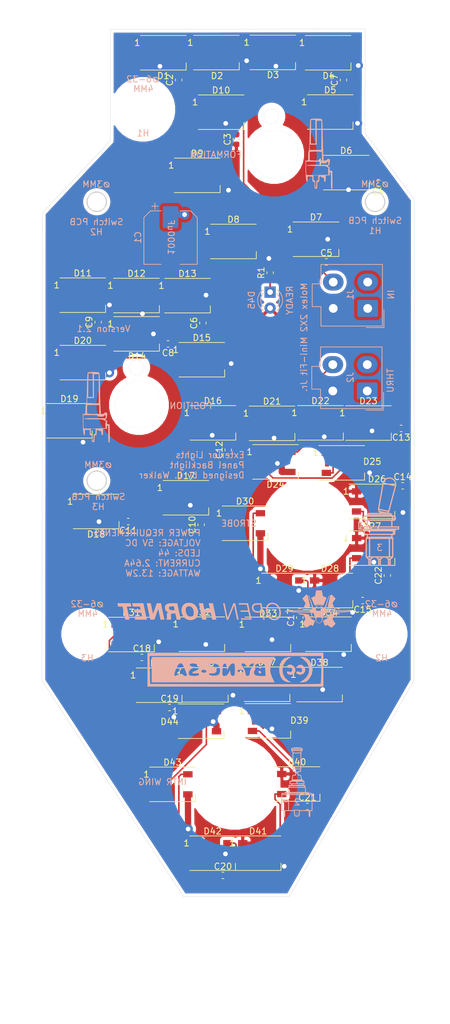
<source format=kicad_pcb>
(kicad_pcb (version 20171130) (host pcbnew "(5.1.10)-1")
  (layers (0 F.Cu signal) (31 B.Cu signal) (34 B.Paste user) (35 F.Paste user) (36 B.SilkS user) (37 F.SilkS user) (38 B.Mask user) (39 F.Mask user) (44 Edge.Cuts user))
  (net 0 "")
  (net 1 "Net-(D1-Pad2)")
  (net 2 "Net-(D2-Pad2)")
  (net 3 "Net-(D3-Pad2)")
  (net 4 "Net-(D4-Pad2)")
  (net 5 "Net-(D5-Pad2)")
  (net 6 "Net-(D10-Pad4)")
  (net 7 "Net-(D7-Pad2)")
  (net 8 "Net-(D10-Pad2)")
  (net 9 "Net-(D11-Pad2)")
  (net 10 "Net-(D12-Pad2)")
  (net 11 "Net-(D13-Pad2)")
  (net 12 "Net-(D14-Pad2)")
  (net 13 "Net-(D15-Pad2)")
  (net 14 "Net-(D16-Pad2)")
  (net 15 "Net-(D17-Pad2)")
  (net 16 "Net-(D18-Pad2)")
  (net 17 "Net-(D19-Pad2)")
  (net 18 "Net-(D20-Pad2)")
  (net 19 "Net-(D21-Pad2)")
  (net 20 "Net-(D22-Pad2)")
  (net 21 "Net-(D23-Pad2)")
  (net 22 "Net-(D24-Pad2)")
  (net 23 "Net-(D25-Pad2)")
  (net 24 "Net-(D26-Pad2)")
  (net 25 "Net-(D27-Pad2)")
  (net 26 "Net-(D28-Pad2)")
  (net 27 "Net-(D29-Pad2)")
  (net 28 "Net-(D30-Pad2)")
  (net 29 "Net-(D31-Pad2)")
  (net 30 "Net-(D32-Pad2)")
  (net 31 "Net-(D33-Pad2)")
  (net 32 "Net-(D34-Pad2)")
  (net 33 "Net-(D35-Pad2)")
  (net 34 "Net-(D36-Pad2)")
  (net 35 "Net-(D37-Pad2)")
  (net 36 "Net-(D38-Pad2)")
  (net 37 "Net-(D39-Pad2)")
  (net 38 "Net-(D40-Pad2)")
  (net 39 "Net-(D41-Pad2)")
  (net 40 "Net-(D42-Pad2)")
  (net 41 "Net-(D43-Pad2)")
  (net 42 "Net-(D6-Pad2)")
  (net 43 "Net-(D8-Pad2)")
  (net 44 /LEDGND)
  (net 45 /LED+5V)
  (net 46 /DATAIN)
  (net 47 /DATAOUT)
  (net 48 "Net-(D45-Pad1)")
  (module OH_Backlighting:Molex_Mini-Fit_Jr_5566-04A_2x02_P4.20mm_Vertical (layer B.Cu) (at 143.934 84.9605 90)
    (fp_text reference J2 (at 2.1565 -2.71 90) (layer B.SilkS) (effects (justify mirror)))
    (fp_text value Conn_01x04_Female)
    (pad 4 thru_hole oval (at 4.2 -5.5 90) (size 2.7 3.3) (drill 1.4) (layers *.Cu *.Mask) (net 47 /DATAOUT))
    (pad 3 thru_hole oval (at 0 -5.5 90) (size 2.7 3.3) (drill 1.4) (layers *.Cu *.Mask) (net 44 /LEDGND))
    (pad 2 thru_hole oval (at 4.2 0 90) (size 2.7 3.3) (drill 1.4) (layers *.Cu *.Mask) (net 45 /LED+5V))
    (pad 1 thru_hole roundrect (at 0 0 90) (size 2.7 3.3) (drill 1.4) (layers *.Cu *.Mask) (roundrect_rratio 0.09259299999999999) (net 45 /LED+5V))
  )
  (module OH_Backlighting:Molex_Mini-Fit_Jr_5566-04A_2x02_P4.20mm_Vertical (layer B.Cu) (at 144.003 71.8083 90)
    (fp_text reference J1 (at 2.2123 -2.779 90) (layer B.SilkS) (effects (justify mirror)))
    (fp_text value Conn_01x04_Female)
    (pad 4 thru_hole oval (at 4.2 -5.5 90) (size 2.7 3.3) (drill 1.4) (layers *.Cu *.Mask) (net 46 /DATAIN))
    (pad 3 thru_hole oval (at 0 -5.5 90) (size 2.7 3.3) (drill 1.4) (layers *.Cu *.Mask) (net 44 /LEDGND))
    (pad 2 thru_hole oval (at 4.2 0 90) (size 2.7 3.3) (drill 1.4) (layers *.Cu *.Mask) (net 45 /LED+5V))
    (pad 1 thru_hole roundrect (at 0 0 90) (size 2.7 3.3) (drill 1.4) (layers *.Cu *.Mask) (roundrect_rratio 0.09259299999999999) (net 45 /LED+5V))
  )
  (module OH_Backlighting:100SPX_Toggle_13mm_x_18mm (layer F.Cu) (at 134.4104 106.2482 180)
    (fp_text reference 3 hide)
    (fp_text value 100SPX_Toggle_13mm_x_18mm hide)
    (pad "" np_thru_hole circle (at 0 0 180) (size 12.7 12.7) (drill 12.7) (layers *.Mask B.Cu) (clearance 3.65))
    (pad "" np_thru_hole circle (at 0 0 180) (size 12.7 12.7) (drill 12.7) (layers *.Mask F.Cu) (clearance 1))
    (pad "" np_thru_hole circle (at 0 9.525 180) (size 3.572 3.572) (drill 3.572) (layers *.Cu *.Mask) (clearance 1))
  )
  (module OH_Backlighting:OH_Panel_6-32_PHS (layer F.Cu) (at 108.1214 40.0812)
    (fp_text reference 5 hide)
    (fp_text value OH_Panel_Fastner_Keepout hide)
    (fp_text user 4MM (at 0.075 -3.275 180) (layer B.SilkS) (effects (justify mirror)))
    (fp_text user H1 (at 0 3.81) (layer B.SilkS) (effects (justify mirror)))
    (fp_text user ⌀6-32 (at 0 -4.8) (layer B.SilkS) (effects (justify mirror)))
    (pad "" np_thru_hole circle (at 0 0) (size 4.3 4.3) (drill 4.3) (layers *.Cu *.Mask) (clearance 3))
  )
  (module OH_Backlighting:OH_Panel_6-32_PHS (layer F.Cu) (at 99.2314 123.7107)
    (fp_text reference 6 hide)
    (fp_text value OH_Panel_Fastner_Keepout hide)
    (fp_text user 4MM (at 0.075 -3.275 180) (layer B.SilkS) (effects (justify mirror)))
    (fp_text user H3 (at 0 3.81) (layer B.SilkS) (effects (justify mirror)))
    (fp_text user ⌀6-32 (at 0 -4.8) (layer B.SilkS) (effects (justify mirror)))
    (pad "" np_thru_hole circle (at 0 0) (size 4.3 4.3) (drill 4.3) (layers *.Cu *.Mask) (clearance 2))
  )
  (module OH_Backlighting:OH_Panel_6-32_PHS (layer F.Cu) (at 146.2214 123.7107)
    (fp_text reference 7 hide)
    (fp_text value OH_Panel_Fastner_Keepout hide)
    (fp_text user 4MM (at 0.075 -3.275 180) (layer B.SilkS) (effects (justify mirror)))
    (fp_text user H2 (at 0 3.81) (layer B.SilkS) (effects (justify mirror)))
    (fp_text user ⌀6-32 (at 0 -4.8) (layer B.SilkS) (effects (justify mirror)))
    (pad "" np_thru_hole circle (at 0 0) (size 4.3 4.3) (drill 4.3) (layers *.Cu *.Mask) (clearance 2))
  )
  (module OH_Backlighting:BR10K_Pot_11mm_x_11mm (layer F.Cu) (at 129.0764 47.1932 184)
    (fp_text reference 1 hide)
    (fp_text value BR10K_Pot_11mm_x_11mm hide)
    (pad "" np_thru_hole circle (at 0 0 184) (size 7.540752 7.540752) (drill 7.54) (layers *.Mask B.Cu) (clearance 3))
    (pad "" np_thru_hole circle (at 0 6 184) (size 2.38125 2.38125) (drill 2.38) (layers *.Cu *.Mask) (clearance 1))
    (pad "" np_thru_hole circle (at 0 0 184) (size 7.540752 7.540752) (drill 7.54) (layers *.Mask F.Cu) (clearance 1))
  )
  (module OH_Backlighting:BR10K_Pot_11mm_x_11mm (layer F.Cu) (at 107.4864 87.1982 184)
    (fp_text reference 2 hide)
    (fp_text value BR10K_Pot_11mm_x_11mm hide)
    (pad "" np_thru_hole circle (at 0 0 184) (size 7.540752 7.540752) (drill 7.54) (layers *.Mask B.Cu) (clearance 3))
    (pad "" np_thru_hole circle (at 0 6 184) (size 2.38125 2.38125) (drill 2.38) (layers *.Cu *.Mask) (clearance 1))
    (pad "" np_thru_hole circle (at 0 0 184) (size 7.540752 7.540752) (drill 7.54) (layers *.Mask F.Cu) (clearance 1))
  )
  (module OH_Backlighting:100SPX_Toggle_13mm_x_18mm (layer F.Cu) (at 122.7264 147.5232 180)
    (fp_text reference 4 hide)
    (fp_text value 100SPX_Toggle_13mm_x_18mm hide)
    (pad "" np_thru_hole circle (at 0 9.525 180) (size 3.572 3.572) (drill 3.572) (layers *.Cu *.Mask) (clearance 1))
    (pad "" np_thru_hole circle (at 0 0 180) (size 12.7 12.7) (drill 12.7) (layers *.Mask F.Cu) (clearance 1))
    (pad "" np_thru_hole circle (at 0 0 180) (size 12.7 12.7) (drill 12.7) (layers *.Mask B.Cu) (clearance 3.65))
  )
  (module OH_General:OH_LOGO_37.7mm_5.9mm (layer B.Cu) (at 122.89282 119.7229 180)
    (fp_text reference G*** hide)
    (fp_text value LOGO hide)
  )
  (module OH_General:CC-BY-NC-SA-Small (layer B.Cu) (at 122.970144 129.3749 180)
    (fp_text reference G*** hide)
    (fp_text value LOGO hide)
  )
  (module Resistor_SMD:R_0603_1608Metric (layer F.Cu) (at 128.422 66.1212 90)
    (fp_text reference R1 (at 0 -1.43 90) (layer F.SilkS))
    (fp_text value R)
    (pad 2 smd roundrect (at 0.7875 0 90) (size 0.875 0.95) (layers F.Cu F.Paste F.Mask) (net 44 /LEDGND))
    (pad 1 smd roundrect (at -0.7875 0 90) (size 0.875 0.95) (layers F.Cu F.Paste F.Mask) (net 48 "Net-(D45-Pad1)"))
  )
  (module Capacitor_SMD:C_0603_1608Metric (layer F.Cu) (at 134.376 151.178)
    (fp_text reference C21 (at 0 -1.43) (layer F.SilkS))
    (fp_text value C)
    (pad 2 smd roundrect (at 0.7875 0) (size 0.875 0.95) (layers F.Cu F.Paste F.Mask) (net 44 /LEDGND))
    (pad 1 smd roundrect (at -0.7875 0) (size 0.875 0.95) (layers F.Cu F.Paste F.Mask) (net 45 /LED+5V))
  )
  (module Capacitor_SMD:C_0603_1608Metric (layer F.Cu) (at 120.894 162.164)
    (fp_text reference C20 (at 0 -1.43) (layer F.SilkS))
    (fp_text value C)
    (pad 2 smd roundrect (at 0.7875 0) (size 0.875 0.95) (layers F.Cu F.Paste F.Mask) (net 44 /LEDGND))
    (pad 1 smd roundrect (at -0.7875 0) (size 0.875 0.95) (layers F.Cu F.Paste F.Mask) (net 45 /LED+5V))
  )
  (module Capacitor_SMD:C_0603_1608Metric (layer F.Cu) (at 112.37 135.412)
    (fp_text reference C19 (at 0 -1.43) (layer F.SilkS))
    (fp_text value C)
    (pad 2 smd roundrect (at 0.7875 0) (size 0.875 0.95) (layers F.Cu F.Paste F.Mask) (net 44 /LEDGND))
    (pad 1 smd roundrect (at -0.7875 0) (size 0.875 0.95) (layers F.Cu F.Paste F.Mask) (net 45 /LED+5V))
  )
  (module Capacitor_SMD:C_0603_1608Metric (layer F.Cu) (at 107.942 127.427)
    (fp_text reference C18 (at 0 -1.43) (layer F.SilkS))
    (fp_text value C)
    (pad 2 smd roundrect (at 0.7875 0) (size 0.875 0.95) (layers F.Cu F.Paste F.Mask) (net 44 /LEDGND))
    (pad 1 smd roundrect (at -0.7875 0) (size 0.875 0.95) (layers F.Cu F.Paste F.Mask) (net 45 /LED+5V))
  )
  (module Capacitor_SMD:C_0603_1608Metric (layer F.Cu) (at 133.165 121.072 90)
    (fp_text reference C17 (at 0 -1.43 90) (layer F.SilkS))
    (fp_text value C)
    (pad 2 smd roundrect (at 0.7875 0 90) (size 0.875 0.95) (layers F.Cu F.Paste F.Mask) (net 44 /LEDGND))
    (pad 1 smd roundrect (at -0.7875 0 90) (size 0.875 0.95) (layers F.Cu F.Paste F.Mask) (net 45 /LED+5V))
  )
  (module Capacitor_SMD:C_0603_1608Metric (layer F.Cu) (at 147.147 114.364 90)
    (fp_text reference C22 (at 0 -1.43 90) (layer F.SilkS))
    (fp_text value C)
    (pad 2 smd roundrect (at 0.7875 0 90) (size 0.875 0.95) (layers F.Cu F.Paste F.Mask) (net 44 /LEDGND))
    (pad 1 smd roundrect (at -0.7875 0 90) (size 0.875 0.95) (layers F.Cu F.Paste F.Mask) (net 45 /LED+5V))
  )
  (module Capacitor_SMD:C_0603_1608Metric (layer F.Cu) (at 143.203 118.359 180)
    (fp_text reference C15 (at 0 -1.43) (layer F.SilkS))
    (fp_text value C)
    (pad 2 smd roundrect (at 0.7875 0 180) (size 0.875 0.95) (layers F.Cu F.Paste F.Mask) (net 44 /LEDGND))
    (pad 1 smd roundrect (at -0.7875 0 180) (size 0.875 0.95) (layers F.Cu F.Paste F.Mask) (net 45 /LED+5V))
  )
  (module Capacitor_SMD:C_0603_1608Metric (layer F.Cu) (at 149.591 100.076)
    (fp_text reference C14 (at 0 -1.43) (layer F.SilkS))
    (fp_text value C)
    (pad 2 smd roundrect (at 0.7875 0) (size 0.875 0.95) (layers F.Cu F.Paste F.Mask) (net 44 /LEDGND))
    (pad 1 smd roundrect (at -0.7875 0) (size 0.875 0.95) (layers F.Cu F.Paste F.Mask) (net 45 /LED+5V))
  )
  (module Capacitor_SMD:C_0603_1608Metric (layer F.Cu) (at 149.352 90.932 180)
    (fp_text reference C13 (at 0 -1.43) (layer F.SilkS))
    (fp_text value C)
    (pad 2 smd roundrect (at 0.7875 0 180) (size 0.875 0.95) (layers F.Cu F.Paste F.Mask) (net 44 /LEDGND))
    (pad 1 smd roundrect (at -0.7875 0 180) (size 0.875 0.95) (layers F.Cu F.Paste F.Mask) (net 45 /LED+5V))
  )
  (module Capacitor_SMD:C_0603_1608Metric (layer F.Cu) (at 121.735 94.356 90)
    (fp_text reference C12 (at 0 -1.43 90) (layer F.SilkS))
    (fp_text value C)
    (pad 2 smd roundrect (at 0.7875 0 90) (size 0.875 0.95) (layers F.Cu F.Paste F.Mask) (net 44 /LEDGND))
    (pad 1 smd roundrect (at -0.7875 0 90) (size 0.875 0.95) (layers F.Cu F.Paste F.Mask) (net 45 /LED+5V))
  )
  (module Capacitor_SMD:C_0603_1608Metric (layer F.Cu) (at 105.766 105.771 180)
    (fp_text reference C11 (at 0 -1.43) (layer F.SilkS))
    (fp_text value C)
    (pad 2 smd roundrect (at 0.7875 0 180) (size 0.875 0.95) (layers F.Cu F.Paste F.Mask) (net 44 /LEDGND))
    (pad 1 smd roundrect (at -0.7875 0 180) (size 0.875 0.95) (layers F.Cu F.Paste F.Mask) (net 45 /LED+5V))
  )
  (module Capacitor_SMD:C_0603_1608Metric (layer F.Cu) (at 117.419 106.291 90)
    (fp_text reference C10 (at 0 -1.43 90) (layer F.SilkS))
    (fp_text value C)
    (pad 2 smd roundrect (at 0.7875 0 90) (size 0.875 0.95) (layers F.Cu F.Paste F.Mask) (net 44 /LEDGND))
    (pad 1 smd roundrect (at -0.7875 0 90) (size 0.875 0.95) (layers F.Cu F.Paste F.Mask) (net 45 /LED+5V))
  )
  (module Capacitor_SMD:C_0603_1608Metric (layer F.Cu) (at 100.957 73.9977 90)
    (fp_text reference C9 (at 0 -1.43 90) (layer F.SilkS))
    (fp_text value C)
    (pad 2 smd roundrect (at 0.7875 0 90) (size 0.875 0.95) (layers F.Cu F.Paste F.Mask) (net 44 /LEDGND))
    (pad 1 smd roundrect (at -0.7875 0 90) (size 0.875 0.95) (layers F.Cu F.Paste F.Mask) (net 45 /LED+5V))
  )
  (module Capacitor_SMD:C_0603_1608Metric (layer F.Cu) (at 112.123 77.4675 180)
    (fp_text reference C8 (at 0 -1.43) (layer F.SilkS))
    (fp_text value C)
    (pad 2 smd roundrect (at 0.7875 0 180) (size 0.875 0.95) (layers F.Cu F.Paste F.Mask) (net 44 /LEDGND))
    (pad 1 smd roundrect (at -0.7875 0 180) (size 0.875 0.95) (layers F.Cu F.Paste F.Mask) (net 45 /LED+5V))
  )
  (module Capacitor_SMD:C_0603_1608Metric (layer F.Cu) (at 140.139 35.4153 90)
    (fp_text reference C7 (at 0 -1.43 90) (layer F.SilkS))
    (fp_text value C)
    (pad 2 smd roundrect (at 0.7875 0 90) (size 0.875 0.95) (layers F.Cu F.Paste F.Mask) (net 44 /LEDGND))
    (pad 1 smd roundrect (at -0.7875 0 90) (size 0.875 0.95) (layers F.Cu F.Paste F.Mask) (net 45 /LED+5V))
  )
  (module Capacitor_SMD:C_0603_1608Metric (layer F.Cu) (at 117.686 74.1375 90)
    (fp_text reference C6 (at 0 -1.43 90) (layer F.SilkS))
    (fp_text value C)
    (pad 2 smd roundrect (at 0.7875 0 90) (size 0.875 0.95) (layers F.Cu F.Paste F.Mask) (net 44 /LEDGND))
    (pad 1 smd roundrect (at -0.7875 0 90) (size 0.875 0.95) (layers F.Cu F.Paste F.Mask) (net 45 /LED+5V))
  )
  (module Capacitor_SMD:C_0603_1608Metric (layer F.Cu) (at 137.404 64.3966)
    (fp_text reference C5 (at 0 -1.43) (layer F.SilkS))
    (fp_text value C)
    (pad 2 smd roundrect (at 0.7875 0) (size 0.875 0.95) (layers F.Cu F.Paste F.Mask) (net 44 /LEDGND))
    (pad 1 smd roundrect (at -0.7875 0) (size 0.875 0.95) (layers F.Cu F.Paste F.Mask) (net 45 /LED+5V))
  )
  (module Capacitor_SMD:C_0603_1608Metric (layer F.Cu) (at 145.674 51.7652 180)
    (fp_text reference C4 (at 0 -1.43) (layer F.SilkS))
    (fp_text value C)
    (pad 2 smd roundrect (at 0.7875 0 180) (size 0.875 0.95) (layers F.Cu F.Paste F.Mask) (net 44 /LEDGND))
    (pad 1 smd roundrect (at -0.7875 0 180) (size 0.875 0.95) (layers F.Cu F.Paste F.Mask) (net 45 /LED+5V))
  )
  (module Capacitor_SMD:C_0603_1608Metric (layer F.Cu) (at 123.038 44.8639 90)
    (fp_text reference C3 (at 0 -1.43 90) (layer F.SilkS))
    (fp_text value C)
    (pad 2 smd roundrect (at 0.7875 0 90) (size 0.875 0.95) (layers F.Cu F.Paste F.Mask) (net 44 /LEDGND))
    (pad 1 smd roundrect (at -0.7875 0 90) (size 0.875 0.95) (layers F.Cu F.Paste F.Mask) (net 45 /LED+5V))
  )
  (module Capacitor_SMD:C_0603_1608Metric (layer F.Cu) (at 113.82 35.395 90)
    (fp_text reference C2 (at 0 -1.43 90) (layer F.SilkS))
    (fp_text value C)
    (pad 2 smd roundrect (at 0.7875 0 90) (size 0.875 0.95) (layers F.Cu F.Paste F.Mask) (net 44 /LEDGND))
    (pad 1 smd roundrect (at -0.7875 0 90) (size 0.875 0.95) (layers F.Cu F.Paste F.Mask) (net 45 /LED+5V))
  )
  (module LED_THT:LED_D3.0mm (layer B.Cu) (at 128.422 69.2125 270)
    (fp_text reference D45 (at 1.27 2.96 270) (layer B.SilkS) (effects (justify mirror)))
    (fp_text value LED)
    (pad 2 thru_hole circle (at 2.54 0 270) (size 1.8 1.8) (drill 0.9) (layers *.Cu *.Mask) (net 45 /LED+5V))
    (pad 1 thru_hole rect (at 0 0 270) (size 1.8 1.8) (drill 0.9) (layers *.Cu *.Mask) (net 48 "Net-(D45-Pad1)"))
  )
  (module "Kicad Footprint Files:S2ALToggle" (layer B.Cu) (at 132.842 147.4216 180)
    (fp_text reference G4 hide)
    (fp_text value LOGO hide)
    (fp_text user 2 (at 0.125 -3.075) (layer B.SilkS) (effects (justify mirror)))
  )
  (module "Kicad Footprint Files:100SpxToggle" (layer F.Cu) (at 146.406 107.137)
    (fp_text reference G3 hide)
    (fp_text value LOGO hide)
  )
  (module "Kicad Footprint Files:BR10KPot" (layer B.Cu) (at 100.6348 87.5284 180)
    (fp_text reference G2 hide)
    (fp_text value LOGO hide)
  )
  (module "Kicad Footprint Files:BR10KPot" (layer B.Cu) (at 136.1948 47.1424 180)
    (fp_text reference G1 hide)
    (fp_text value LOGO hide)
  )
  (module LED_SMD:LED_WS2812B_PLCC4_5.0x5.0mm_P3.2mm (layer F.Cu) (at 107.098 75.8696)
    (fp_text reference D14 (at 0.09 3.5308) (layer F.SilkS))
    (fp_text value WS2812B)
    (fp_text user 1 (at -4.15 -1.6) (layer F.SilkS))
    (pad 1 smd rect (at -2.45 -1.6) (size 1.5 1) (layers F.Cu F.Paste F.Mask) (net 45 /LED+5V))
    (pad 2 smd rect (at -2.45 1.6) (size 1.5 1) (layers F.Cu F.Paste F.Mask) (net 12 "Net-(D14-Pad2)"))
    (pad 4 smd rect (at 2.45 -1.6) (size 1.5 1) (layers F.Cu F.Paste F.Mask) (net 11 "Net-(D13-Pad2)"))
    (pad 3 smd rect (at 2.45 1.6) (size 1.5 1) (layers F.Cu F.Paste F.Mask) (net 44 /LEDGND))
  )
  (module LED_SMD:LED_WS2812B_PLCC4_5.0x5.0mm_P3.2mm (layer F.Cu) (at 132.729 147.599)
    (fp_text reference D40 (at 0 -3.5) (layer F.SilkS))
    (fp_text value WS2812B)
    (fp_text user 1 (at -4.15 -1.6) (layer F.SilkS))
    (pad 1 smd rect (at -2.45 -1.6) (size 1.5 1) (layers F.Cu F.Paste F.Mask) (net 45 /LED+5V))
    (pad 2 smd rect (at -2.45 1.6) (size 1.5 1) (layers F.Cu F.Paste F.Mask) (net 38 "Net-(D40-Pad2)"))
    (pad 4 smd rect (at 2.45 -1.6) (size 1.5 1) (layers F.Cu F.Paste F.Mask) (net 37 "Net-(D39-Pad2)"))
    (pad 3 smd rect (at 2.45 1.6) (size 1.5 1) (layers F.Cu F.Paste F.Mask) (net 44 /LEDGND))
  )
  (module LED_SMD:LED_WS2812B_PLCC4_5.0x5.0mm_P3.2mm (layer F.Cu) (at 117.41 137.592)
    (fp_text reference D44 (at -5.0408 0.0764) (layer F.SilkS))
    (fp_text value WS2812B)
    (fp_text user 1 (at -4.15 -1.6) (layer F.SilkS))
    (pad 1 smd rect (at -2.45 -1.6) (size 1.5 1) (layers F.Cu F.Paste F.Mask) (net 45 /LED+5V))
    (pad 2 smd rect (at -2.45 1.6) (size 1.5 1) (layers F.Cu F.Paste F.Mask) (net 47 /DATAOUT))
    (pad 4 smd rect (at 2.45 -1.6) (size 1.5 1) (layers F.Cu F.Paste F.Mask) (net 41 "Net-(D43-Pad2)"))
    (pad 3 smd rect (at 2.45 1.6) (size 1.5 1) (layers F.Cu F.Paste F.Mask) (net 44 /LEDGND))
  )
  (module LED_SMD:LED_WS2812B_PLCC4_5.0x5.0mm_P3.2mm (layer F.Cu) (at 112.838 147.65)
    (fp_text reference D43 (at 0 -3.5) (layer F.SilkS))
    (fp_text value WS2812B)
    (fp_text user 1 (at -4.15 -1.6) (layer F.SilkS))
    (pad 1 smd rect (at -2.45 -1.6) (size 1.5 1) (layers F.Cu F.Paste F.Mask) (net 45 /LED+5V))
    (pad 2 smd rect (at -2.45 1.6) (size 1.5 1) (layers F.Cu F.Paste F.Mask) (net 41 "Net-(D43-Pad2)"))
    (pad 4 smd rect (at 2.45 -1.6) (size 1.5 1) (layers F.Cu F.Paste F.Mask) (net 40 "Net-(D42-Pad2)"))
    (pad 3 smd rect (at 2.45 1.6) (size 1.5 1) (layers F.Cu F.Paste F.Mask) (net 44 /LEDGND))
  )
  (module LED_SMD:LED_WS2812B_PLCC4_5.0x5.0mm_P3.2mm (layer F.Cu) (at 119.239 158.623)
    (fp_text reference D42 (at 0 -3.5) (layer F.SilkS))
    (fp_text value WS2812B)
    (fp_text user 1 (at -4.15 -1.6) (layer F.SilkS))
    (pad 1 smd rect (at -2.45 -1.6) (size 1.5 1) (layers F.Cu F.Paste F.Mask) (net 45 /LED+5V))
    (pad 2 smd rect (at -2.45 1.6) (size 1.5 1) (layers F.Cu F.Paste F.Mask) (net 40 "Net-(D42-Pad2)"))
    (pad 4 smd rect (at 2.45 -1.6) (size 1.5 1) (layers F.Cu F.Paste F.Mask) (net 39 "Net-(D41-Pad2)"))
    (pad 3 smd rect (at 2.45 1.6) (size 1.5 1) (layers F.Cu F.Paste F.Mask) (net 44 /LEDGND))
  )
  (module LED_SMD:LED_WS2812B_PLCC4_5.0x5.0mm_P3.2mm (layer F.Cu) (at 126.504 158.623)
    (fp_text reference D41 (at 0 -3.5) (layer F.SilkS))
    (fp_text value WS2812B)
    (fp_text user 1 (at -4.15 -1.6) (layer F.SilkS))
    (pad 1 smd rect (at -2.45 -1.6) (size 1.5 1) (layers F.Cu F.Paste F.Mask) (net 45 /LED+5V))
    (pad 2 smd rect (at -2.45 1.6) (size 1.5 1) (layers F.Cu F.Paste F.Mask) (net 39 "Net-(D41-Pad2)"))
    (pad 4 smd rect (at 2.45 -1.6) (size 1.5 1) (layers F.Cu F.Paste F.Mask) (net 38 "Net-(D40-Pad2)"))
    (pad 3 smd rect (at 2.45 1.6) (size 1.5 1) (layers F.Cu F.Paste F.Mask) (net 44 /LEDGND))
  )
  (module LED_SMD:LED_WS2812B_PLCC4_5.0x5.0mm_P3.2mm (layer F.Cu) (at 128.055 137.541)
    (fp_text reference D39 (at 5.0408 -0.076) (layer F.SilkS))
    (fp_text value WS2812B)
    (fp_text user 1 (at -4.15 -1.6) (layer F.SilkS))
    (pad 1 smd rect (at -2.45 -1.6) (size 1.5 1) (layers F.Cu F.Paste F.Mask) (net 45 /LED+5V))
    (pad 2 smd rect (at -2.45 1.6) (size 1.5 1) (layers F.Cu F.Paste F.Mask) (net 37 "Net-(D39-Pad2)"))
    (pad 4 smd rect (at 2.45 -1.6) (size 1.5 1) (layers F.Cu F.Paste F.Mask) (net 36 "Net-(D38-Pad2)"))
    (pad 3 smd rect (at 2.45 1.6) (size 1.5 1) (layers F.Cu F.Paste F.Mask) (net 44 /LEDGND))
  )
  (module LED_SMD:LED_WS2812B_PLCC4_5.0x5.0mm_P3.2mm (layer F.Cu) (at 136.308 131.75)
    (fp_text reference D38 (at 0 -3.5) (layer F.SilkS))
    (fp_text value WS2812B)
    (fp_text user 1 (at -4.15 -1.6) (layer F.SilkS))
    (pad 1 smd rect (at -2.45 -1.6) (size 1.5 1) (layers F.Cu F.Paste F.Mask) (net 45 /LED+5V))
    (pad 2 smd rect (at -2.45 1.6) (size 1.5 1) (layers F.Cu F.Paste F.Mask) (net 36 "Net-(D38-Pad2)"))
    (pad 4 smd rect (at 2.45 -1.6) (size 1.5 1) (layers F.Cu F.Paste F.Mask) (net 35 "Net-(D37-Pad2)"))
    (pad 3 smd rect (at 2.45 1.6) (size 1.5 1) (layers F.Cu F.Paste F.Mask) (net 44 /LEDGND))
  )
  (module LED_SMD:LED_WS2812B_PLCC4_5.0x5.0mm_P3.2mm (layer F.Cu) (at 127.926 131.699)
    (fp_text reference D37 (at 0 -3.5) (layer F.SilkS))
    (fp_text value WS2812B)
    (fp_text user 1 (at -4.15 -1.6) (layer F.SilkS))
    (pad 1 smd rect (at -2.45 -1.6) (size 1.5 1) (layers F.Cu F.Paste F.Mask) (net 45 /LED+5V))
    (pad 2 smd rect (at -2.45 1.6) (size 1.5 1) (layers F.Cu F.Paste F.Mask) (net 35 "Net-(D37-Pad2)"))
    (pad 4 smd rect (at 2.45 -1.6) (size 1.5 1) (layers F.Cu F.Paste F.Mask) (net 34 "Net-(D36-Pad2)"))
    (pad 3 smd rect (at 2.45 1.6) (size 1.5 1) (layers F.Cu F.Paste F.Mask) (net 44 /LEDGND))
  )
  (module LED_SMD:LED_WS2812B_PLCC4_5.0x5.0mm_P3.2mm (layer F.Cu) (at 118.071 131.8)
    (fp_text reference D36 (at 0 -3.5) (layer F.SilkS))
    (fp_text value WS2812B)
    (fp_text user 1 (at -4.15 -1.6) (layer F.SilkS))
    (pad 1 smd rect (at -2.45 -1.6) (size 1.5 1) (layers F.Cu F.Paste F.Mask) (net 45 /LED+5V))
    (pad 2 smd rect (at -2.45 1.6) (size 1.5 1) (layers F.Cu F.Paste F.Mask) (net 34 "Net-(D36-Pad2)"))
    (pad 4 smd rect (at 2.45 -1.6) (size 1.5 1) (layers F.Cu F.Paste F.Mask) (net 33 "Net-(D35-Pad2)"))
    (pad 3 smd rect (at 2.45 1.6) (size 1.5 1) (layers F.Cu F.Paste F.Mask) (net 44 /LEDGND))
  )
  (module LED_SMD:LED_WS2812B_PLCC4_5.0x5.0mm_P3.2mm (layer F.Cu) (at 110.705 131.851)
    (fp_text reference D35 (at 0 -3.5) (layer F.SilkS))
    (fp_text value WS2812B)
    (fp_text user 1 (at -4.15 -1.6) (layer F.SilkS))
    (pad 1 smd rect (at -2.45 -1.6) (size 1.5 1) (layers F.Cu F.Paste F.Mask) (net 45 /LED+5V))
    (pad 2 smd rect (at -2.45 1.6) (size 1.5 1) (layers F.Cu F.Paste F.Mask) (net 33 "Net-(D35-Pad2)"))
    (pad 4 smd rect (at 2.45 -1.6) (size 1.5 1) (layers F.Cu F.Paste F.Mask) (net 32 "Net-(D34-Pad2)"))
    (pad 3 smd rect (at 2.45 1.6) (size 1.5 1) (layers F.Cu F.Paste F.Mask) (net 44 /LEDGND))
  )
  (module LED_SMD:LED_WS2812B_PLCC4_5.0x5.0mm_P3.2mm (layer F.Cu) (at 137.73 123.723)
    (fp_text reference D34 (at 0.09 -3.4288) (layer F.SilkS))
    (fp_text value WS2812B)
    (fp_text user 1 (at -4.15 -1.6) (layer F.SilkS))
    (pad 1 smd rect (at -2.45 -1.6) (size 1.5 1) (layers F.Cu F.Paste F.Mask) (net 45 /LED+5V))
    (pad 2 smd rect (at -2.45 1.6) (size 1.5 1) (layers F.Cu F.Paste F.Mask) (net 32 "Net-(D34-Pad2)"))
    (pad 4 smd rect (at 2.45 -1.6) (size 1.5 1) (layers F.Cu F.Paste F.Mask) (net 31 "Net-(D33-Pad2)"))
    (pad 3 smd rect (at 2.45 1.6) (size 1.5 1) (layers F.Cu F.Paste F.Mask) (net 44 /LEDGND))
  )
  (module LED_SMD:LED_WS2812B_PLCC4_5.0x5.0mm_P3.2mm (layer F.Cu) (at 128.067 123.749)
    (fp_text reference D33 (at 0.0508 -3.3528) (layer F.SilkS))
    (fp_text value WS2812B)
    (fp_text user 1 (at -4.15 -1.6) (layer F.SilkS))
    (pad 1 smd rect (at -2.45 -1.6) (size 1.5 1) (layers F.Cu F.Paste F.Mask) (net 45 /LED+5V))
    (pad 2 smd rect (at -2.45 1.6) (size 1.5 1) (layers F.Cu F.Paste F.Mask) (net 31 "Net-(D33-Pad2)"))
    (pad 4 smd rect (at 2.45 -1.6) (size 1.5 1) (layers F.Cu F.Paste F.Mask) (net 30 "Net-(D32-Pad2)"))
    (pad 3 smd rect (at 2.45 1.6) (size 1.5 1) (layers F.Cu F.Paste F.Mask) (net 44 /LEDGND))
  )
  (module LED_SMD:LED_WS2812B_PLCC4_5.0x5.0mm_P3.2mm (layer F.Cu) (at 117.512 123.723)
    (fp_text reference D32 (at 0 -3.5) (layer F.SilkS))
    (fp_text value WS2812B)
    (fp_text user 1 (at -4.15 -1.6) (layer F.SilkS))
    (pad 1 smd rect (at -2.45 -1.6) (size 1.5 1) (layers F.Cu F.Paste F.Mask) (net 45 /LED+5V))
    (pad 2 smd rect (at -2.45 1.6) (size 1.5 1) (layers F.Cu F.Paste F.Mask) (net 30 "Net-(D32-Pad2)"))
    (pad 4 smd rect (at 2.45 -1.6) (size 1.5 1) (layers F.Cu F.Paste F.Mask) (net 29 "Net-(D31-Pad2)"))
    (pad 3 smd rect (at 2.45 1.6) (size 1.5 1) (layers F.Cu F.Paste F.Mask) (net 44 /LEDGND))
  )
  (module LED_SMD:LED_WS2812B_PLCC4_5.0x5.0mm_P3.2mm (layer F.Cu) (at 106.285 123.774)
    (fp_text reference D31 (at 0 -3.5) (layer F.SilkS))
    (fp_text value WS2812B)
    (fp_text user 1 (at -4.15 -1.6) (layer F.SilkS))
    (pad 1 smd rect (at -2.45 -1.6) (size 1.5 1) (layers F.Cu F.Paste F.Mask) (net 45 /LED+5V))
    (pad 2 smd rect (at -2.45 1.6) (size 1.5 1) (layers F.Cu F.Paste F.Mask) (net 29 "Net-(D31-Pad2)"))
    (pad 4 smd rect (at 2.45 -1.6) (size 1.5 1) (layers F.Cu F.Paste F.Mask) (net 28 "Net-(D30-Pad2)"))
    (pad 3 smd rect (at 2.45 1.6) (size 1.5 1) (layers F.Cu F.Paste F.Mask) (net 44 /LEDGND))
  )
  (module LED_SMD:LED_WS2812B_PLCC4_5.0x5.0mm_P3.2mm (layer F.Cu) (at 124.421 106.045)
    (fp_text reference D30 (at 0 -3.5) (layer F.SilkS))
    (fp_text value WS2812B)
    (fp_text user 1 (at -4.15 -1.6) (layer F.SilkS))
    (pad 1 smd rect (at -2.45 -1.6) (size 1.5 1) (layers F.Cu F.Paste F.Mask) (net 45 /LED+5V))
    (pad 2 smd rect (at -2.45 1.6) (size 1.5 1) (layers F.Cu F.Paste F.Mask) (net 28 "Net-(D30-Pad2)"))
    (pad 4 smd rect (at 2.45 -1.6) (size 1.5 1) (layers F.Cu F.Paste F.Mask) (net 27 "Net-(D29-Pad2)"))
    (pad 3 smd rect (at 2.45 1.6) (size 1.5 1) (layers F.Cu F.Paste F.Mask) (net 44 /LEDGND))
  )
  (module LED_SMD:LED_WS2812B_PLCC4_5.0x5.0mm_P3.2mm (layer F.Cu) (at 130.72 116.764)
    (fp_text reference D29 (at 0 -3.5) (layer F.SilkS))
    (fp_text value WS2812B)
    (fp_text user 1 (at -4.15 -1.6) (layer F.SilkS))
    (pad 1 smd rect (at -2.45 -1.6) (size 1.5 1) (layers F.Cu F.Paste F.Mask) (net 45 /LED+5V))
    (pad 2 smd rect (at -2.45 1.6) (size 1.5 1) (layers F.Cu F.Paste F.Mask) (net 27 "Net-(D29-Pad2)"))
    (pad 4 smd rect (at 2.45 -1.6) (size 1.5 1) (layers F.Cu F.Paste F.Mask) (net 26 "Net-(D28-Pad2)"))
    (pad 3 smd rect (at 2.45 1.6) (size 1.5 1) (layers F.Cu F.Paste F.Mask) (net 44 /LEDGND))
  )
  (module LED_SMD:LED_WS2812B_PLCC4_5.0x5.0mm_P3.2mm (layer F.Cu) (at 137.984 116.764)
    (fp_text reference D28 (at 0 -3.5) (layer F.SilkS))
    (fp_text value WS2812B)
    (fp_text user 1 (at -4.15 -1.6) (layer F.SilkS))
    (pad 1 smd rect (at -2.45 -1.6) (size 1.5 1) (layers F.Cu F.Paste F.Mask) (net 45 /LED+5V))
    (pad 2 smd rect (at -2.45 1.6) (size 1.5 1) (layers F.Cu F.Paste F.Mask) (net 26 "Net-(D28-Pad2)"))
    (pad 4 smd rect (at 2.45 -1.6) (size 1.5 1) (layers F.Cu F.Paste F.Mask) (net 25 "Net-(D27-Pad2)"))
    (pad 3 smd rect (at 2.45 1.6) (size 1.5 1) (layers F.Cu F.Paste F.Mask) (net 44 /LEDGND))
  )
  (module LED_SMD:LED_WS2812B_PLCC4_5.0x5.0mm_P3.2mm (layer F.Cu) (at 144.69 110.007)
    (fp_text reference D27 (at 0 -3.5) (layer F.SilkS))
    (fp_text value WS2812B)
    (fp_text user 1 (at -4.15 -1.6) (layer F.SilkS))
    (pad 1 smd rect (at -2.45 -1.6) (size 1.5 1) (layers F.Cu F.Paste F.Mask) (net 45 /LED+5V))
    (pad 2 smd rect (at -2.45 1.6) (size 1.5 1) (layers F.Cu F.Paste F.Mask) (net 25 "Net-(D27-Pad2)"))
    (pad 4 smd rect (at 2.45 -1.6) (size 1.5 1) (layers F.Cu F.Paste F.Mask) (net 24 "Net-(D26-Pad2)"))
    (pad 3 smd rect (at 2.45 1.6) (size 1.5 1) (layers F.Cu F.Paste F.Mask) (net 44 /LEDGND))
  )
  (module LED_SMD:LED_WS2812B_PLCC4_5.0x5.0mm_P3.2mm (layer F.Cu) (at 144.678 102.565)
    (fp_text reference D26 (at 0.8128 -3.556) (layer F.SilkS))
    (fp_text value WS2812B)
    (fp_text user 1 (at -4.15 -1.6) (layer F.SilkS))
    (pad 1 smd rect (at -2.45 -1.6) (size 1.5 1) (layers F.Cu F.Paste F.Mask) (net 45 /LED+5V))
    (pad 2 smd rect (at -2.45 1.6) (size 1.5 1) (layers F.Cu F.Paste F.Mask) (net 24 "Net-(D26-Pad2)"))
    (pad 4 smd rect (at 2.45 -1.6) (size 1.5 1) (layers F.Cu F.Paste F.Mask) (net 23 "Net-(D25-Pad2)"))
    (pad 3 smd rect (at 2.45 1.6) (size 1.5 1) (layers F.Cu F.Paste F.Mask) (net 44 /LEDGND))
  )
  (module LED_SMD:LED_WS2812B_PLCC4_5.0x5.0mm_P3.2mm (layer F.Cu) (at 139.852 96.4184)
    (fp_text reference D25 (at 4.8768 -0.2032) (layer F.SilkS))
    (fp_text value WS2812B)
    (fp_text user 1 (at -4.15 -1.6) (layer F.SilkS))
    (pad 1 smd rect (at -2.45 -1.6) (size 1.5 1) (layers F.Cu F.Paste F.Mask) (net 45 /LED+5V))
    (pad 2 smd rect (at -2.45 1.6) (size 1.5 1) (layers F.Cu F.Paste F.Mask) (net 23 "Net-(D25-Pad2)"))
    (pad 4 smd rect (at 2.45 -1.6) (size 1.5 1) (layers F.Cu F.Paste F.Mask) (net 22 "Net-(D24-Pad2)"))
    (pad 3 smd rect (at 2.45 1.6) (size 1.5 1) (layers F.Cu F.Paste F.Mask) (net 44 /LEDGND))
  )
  (module LED_SMD:LED_WS2812B_PLCC4_5.0x5.0mm_P3.2mm (layer F.Cu) (at 129.286 96.266)
    (fp_text reference D24 (at 0 3.6068) (layer F.SilkS))
    (fp_text value WS2812B)
    (fp_text user 1 (at -4.15 -1.6) (layer F.SilkS))
    (pad 1 smd rect (at -2.45 -1.6) (size 1.5 1) (layers F.Cu F.Paste F.Mask) (net 45 /LED+5V))
    (pad 2 smd rect (at -2.45 1.6) (size 1.5 1) (layers F.Cu F.Paste F.Mask) (net 22 "Net-(D24-Pad2)"))
    (pad 4 smd rect (at 2.45 -1.6) (size 1.5 1) (layers F.Cu F.Paste F.Mask) (net 21 "Net-(D23-Pad2)"))
    (pad 3 smd rect (at 2.45 1.6) (size 1.5 1) (layers F.Cu F.Paste F.Mask) (net 44 /LEDGND))
  )
  (module LED_SMD:LED_WS2812B_PLCC4_5.0x5.0mm_P3.2mm (layer F.Cu) (at 144.12 90.0684)
    (fp_text reference D23 (at 0 -3.5) (layer F.SilkS))
    (fp_text value WS2812B)
    (fp_text user 1 (at -4.15 -1.6) (layer F.SilkS))
    (pad 1 smd rect (at -2.45 -1.6) (size 1.5 1) (layers F.Cu F.Paste F.Mask) (net 45 /LED+5V))
    (pad 2 smd rect (at -2.45 1.6) (size 1.5 1) (layers F.Cu F.Paste F.Mask) (net 21 "Net-(D23-Pad2)"))
    (pad 4 smd rect (at 2.45 -1.6) (size 1.5 1) (layers F.Cu F.Paste F.Mask) (net 20 "Net-(D22-Pad2)"))
    (pad 3 smd rect (at 2.45 1.6) (size 1.5 1) (layers F.Cu F.Paste F.Mask) (net 44 /LEDGND))
  )
  (module LED_SMD:LED_WS2812B_PLCC4_5.0x5.0mm_P3.2mm (layer F.Cu) (at 136.46 90.0428)
    (fp_text reference D22 (at 0 -3.5) (layer F.SilkS))
    (fp_text value WS2812B)
    (fp_text user 1 (at -4.15 -1.6) (layer F.SilkS))
    (pad 1 smd rect (at -2.45 -1.6) (size 1.5 1) (layers F.Cu F.Paste F.Mask) (net 45 /LED+5V))
    (pad 2 smd rect (at -2.45 1.6) (size 1.5 1) (layers F.Cu F.Paste F.Mask) (net 20 "Net-(D22-Pad2)"))
    (pad 4 smd rect (at 2.45 -1.6) (size 1.5 1) (layers F.Cu F.Paste F.Mask) (net 19 "Net-(D21-Pad2)"))
    (pad 3 smd rect (at 2.45 1.6) (size 1.5 1) (layers F.Cu F.Paste F.Mask) (net 44 /LEDGND))
  )
  (module LED_SMD:LED_WS2812B_PLCC4_5.0x5.0mm_P3.2mm (layer F.Cu) (at 128.727 90.1192)
    (fp_text reference D21 (at 0 -3.5) (layer F.SilkS))
    (fp_text value WS2812B)
    (fp_text user 1 (at -4.15 -1.6) (layer F.SilkS))
    (pad 1 smd rect (at -2.45 -1.6) (size 1.5 1) (layers F.Cu F.Paste F.Mask) (net 45 /LED+5V))
    (pad 2 smd rect (at -2.45 1.6) (size 1.5 1) (layers F.Cu F.Paste F.Mask) (net 19 "Net-(D21-Pad2)"))
    (pad 4 smd rect (at 2.45 -1.6) (size 1.5 1) (layers F.Cu F.Paste F.Mask) (net 18 "Net-(D20-Pad2)"))
    (pad 3 smd rect (at 2.45 1.6) (size 1.5 1) (layers F.Cu F.Paste F.Mask) (net 44 /LEDGND))
  )
  (module LED_SMD:LED_WS2812B_PLCC4_5.0x5.0mm_P3.2mm (layer F.Cu) (at 98.5128 80.4416)
    (fp_text reference D20 (at 0 -3.5) (layer F.SilkS))
    (fp_text value WS2812B)
    (fp_text user 1 (at -4.15 -1.6) (layer F.SilkS))
    (pad 1 smd rect (at -2.45 -1.6) (size 1.5 1) (layers F.Cu F.Paste F.Mask) (net 45 /LED+5V))
    (pad 2 smd rect (at -2.45 1.6) (size 1.5 1) (layers F.Cu F.Paste F.Mask) (net 18 "Net-(D20-Pad2)"))
    (pad 4 smd rect (at 2.45 -1.6) (size 1.5 1) (layers F.Cu F.Paste F.Mask) (net 17 "Net-(D19-Pad2)"))
    (pad 3 smd rect (at 2.45 1.6) (size 1.5 1) (layers F.Cu F.Paste F.Mask) (net 44 /LEDGND))
  )
  (module LED_SMD:LED_WS2812B_PLCC4_5.0x5.0mm_P3.2mm (layer F.Cu) (at 96.3676 89.7128)
    (fp_text reference D19 (at 0 -3.5) (layer F.SilkS))
    (fp_text value WS2812B)
    (fp_text user 1 (at -4.15 -1.6) (layer F.SilkS))
    (pad 1 smd rect (at -2.45 -1.6) (size 1.5 1) (layers F.Cu F.Paste F.Mask) (net 45 /LED+5V))
    (pad 2 smd rect (at -2.45 1.6) (size 1.5 1) (layers F.Cu F.Paste F.Mask) (net 17 "Net-(D19-Pad2)"))
    (pad 4 smd rect (at 2.45 -1.6) (size 1.5 1) (layers F.Cu F.Paste F.Mask) (net 16 "Net-(D18-Pad2)"))
    (pad 3 smd rect (at 2.45 1.6) (size 1.5 1) (layers F.Cu F.Paste F.Mask) (net 44 /LEDGND))
  )
  (module LED_SMD:LED_WS2812B_PLCC4_5.0x5.0mm_P3.2mm (layer F.Cu) (at 100.646 104.165)
    (fp_text reference D18 (at 0 3.6324) (layer F.SilkS))
    (fp_text value WS2812B)
    (fp_text user 1 (at -4.15 -1.6) (layer F.SilkS))
    (pad 1 smd rect (at -2.45 -1.6) (size 1.5 1) (layers F.Cu F.Paste F.Mask) (net 45 /LED+5V))
    (pad 2 smd rect (at -2.45 1.6) (size 1.5 1) (layers F.Cu F.Paste F.Mask) (net 16 "Net-(D18-Pad2)"))
    (pad 4 smd rect (at 2.45 -1.6) (size 1.5 1) (layers F.Cu F.Paste F.Mask) (net 15 "Net-(D17-Pad2)"))
    (pad 3 smd rect (at 2.45 1.6) (size 1.5 1) (layers F.Cu F.Paste F.Mask) (net 44 /LEDGND))
  )
  (module LED_SMD:LED_WS2812B_PLCC4_5.0x5.0mm_P3.2mm (layer F.Cu) (at 114.972 101.981)
    (fp_text reference D17 (at 0 -3.5) (layer F.SilkS))
    (fp_text value WS2812B)
    (fp_text user 1 (at -4.15 -1.6) (layer F.SilkS))
    (pad 1 smd rect (at -2.45 -1.6) (size 1.5 1) (layers F.Cu F.Paste F.Mask) (net 45 /LED+5V))
    (pad 2 smd rect (at -2.45 1.6) (size 1.5 1) (layers F.Cu F.Paste F.Mask) (net 15 "Net-(D17-Pad2)"))
    (pad 4 smd rect (at 2.45 -1.6) (size 1.5 1) (layers F.Cu F.Paste F.Mask) (net 14 "Net-(D16-Pad2)"))
    (pad 3 smd rect (at 2.45 1.6) (size 1.5 1) (layers F.Cu F.Paste F.Mask) (net 44 /LEDGND))
  )
  (module LED_SMD:LED_WS2812B_PLCC4_5.0x5.0mm_P3.2mm (layer F.Cu) (at 119.29 90.0428)
    (fp_text reference D16 (at 0 -3.5) (layer F.SilkS))
    (fp_text value WS2812B)
    (fp_text user 1 (at -4.15 -1.6) (layer F.SilkS))
    (pad 1 smd rect (at -2.45 -1.6) (size 1.5 1) (layers F.Cu F.Paste F.Mask) (net 45 /LED+5V))
    (pad 2 smd rect (at -2.45 1.6) (size 1.5 1) (layers F.Cu F.Paste F.Mask) (net 14 "Net-(D16-Pad2)"))
    (pad 4 smd rect (at 2.45 -1.6) (size 1.5 1) (layers F.Cu F.Paste F.Mask) (net 13 "Net-(D15-Pad2)"))
    (pad 3 smd rect (at 2.45 1.6) (size 1.5 1) (layers F.Cu F.Paste F.Mask) (net 44 /LEDGND))
  )
  (module LED_SMD:LED_WS2812B_PLCC4_5.0x5.0mm_P3.2mm (layer F.Cu) (at 117.512 79.9844)
    (fp_text reference D15 (at 0 -3.5) (layer F.SilkS))
    (fp_text value WS2812B)
    (fp_text user 1 (at -4.15 -1.6) (layer F.SilkS))
    (pad 1 smd rect (at -2.45 -1.6) (size 1.5 1) (layers F.Cu F.Paste F.Mask) (net 45 /LED+5V))
    (pad 2 smd rect (at -2.45 1.6) (size 1.5 1) (layers F.Cu F.Paste F.Mask) (net 13 "Net-(D15-Pad2)"))
    (pad 4 smd rect (at 2.45 -1.6) (size 1.5 1) (layers F.Cu F.Paste F.Mask) (net 12 "Net-(D14-Pad2)"))
    (pad 3 smd rect (at 2.45 1.6) (size 1.5 1) (layers F.Cu F.Paste F.Mask) (net 44 /LEDGND))
  )
  (module LED_SMD:LED_WS2812B_PLCC4_5.0x5.0mm_P3.2mm (layer F.Cu) (at 115.226 69.7736)
    (fp_text reference D13 (at 0 -3.5) (layer F.SilkS))
    (fp_text value WS2812B)
    (fp_text user 1 (at -4.15 -1.6) (layer F.SilkS))
    (pad 1 smd rect (at -2.45 -1.6) (size 1.5 1) (layers F.Cu F.Paste F.Mask) (net 45 /LED+5V))
    (pad 2 smd rect (at -2.45 1.6) (size 1.5 1) (layers F.Cu F.Paste F.Mask) (net 11 "Net-(D13-Pad2)"))
    (pad 4 smd rect (at 2.45 -1.6) (size 1.5 1) (layers F.Cu F.Paste F.Mask) (net 10 "Net-(D12-Pad2)"))
    (pad 3 smd rect (at 2.45 1.6) (size 1.5 1) (layers F.Cu F.Paste F.Mask) (net 44 /LEDGND))
  )
  (module LED_SMD:LED_WS2812B_PLCC4_5.0x5.0mm_P3.2mm (layer F.Cu) (at 107.086 69.7484)
    (fp_text reference D12 (at 0 -3.5) (layer F.SilkS))
    (fp_text value WS2812B)
    (fp_text user 1 (at -4.15 -1.6) (layer F.SilkS))
    (pad 1 smd rect (at -2.45 -1.6) (size 1.5 1) (layers F.Cu F.Paste F.Mask) (net 45 /LED+5V))
    (pad 2 smd rect (at -2.45 1.6) (size 1.5 1) (layers F.Cu F.Paste F.Mask) (net 10 "Net-(D12-Pad2)"))
    (pad 4 smd rect (at 2.45 -1.6) (size 1.5 1) (layers F.Cu F.Paste F.Mask) (net 9 "Net-(D11-Pad2)"))
    (pad 3 smd rect (at 2.45 1.6) (size 1.5 1) (layers F.Cu F.Paste F.Mask) (net 44 /LEDGND))
  )
  (module LED_SMD:LED_WS2812B_PLCC4_5.0x5.0mm_P3.2mm (layer F.Cu) (at 98.5012 69.6976)
    (fp_text reference D11 (at 0 -3.5) (layer F.SilkS))
    (fp_text value WS2812B)
    (fp_text user 1 (at -4.15 -1.6) (layer F.SilkS))
    (pad 1 smd rect (at -2.45 -1.6) (size 1.5 1) (layers F.Cu F.Paste F.Mask) (net 45 /LED+5V))
    (pad 2 smd rect (at -2.45 1.6) (size 1.5 1) (layers F.Cu F.Paste F.Mask) (net 9 "Net-(D11-Pad2)"))
    (pad 4 smd rect (at 2.45 -1.6) (size 1.5 1) (layers F.Cu F.Paste F.Mask) (net 8 "Net-(D10-Pad2)"))
    (pad 3 smd rect (at 2.45 1.6) (size 1.5 1) (layers F.Cu F.Paste F.Mask) (net 44 /LEDGND))
  )
  (module LED_SMD:LED_WS2812B_PLCC4_5.0x5.0mm_P3.2mm (layer F.Cu) (at 120.599 40.5384)
    (fp_text reference D10 (at 0 -3.5) (layer F.SilkS))
    (fp_text value WS2812B)
    (fp_text user 1 (at -4.15 -1.6) (layer F.SilkS))
    (pad 1 smd rect (at -2.45 -1.6) (size 1.5 1) (layers F.Cu F.Paste F.Mask) (net 45 /LED+5V))
    (pad 2 smd rect (at -2.45 1.6) (size 1.5 1) (layers F.Cu F.Paste F.Mask) (net 8 "Net-(D10-Pad2)"))
    (pad 4 smd rect (at 2.45 -1.6) (size 1.5 1) (layers F.Cu F.Paste F.Mask) (net 6 "Net-(D10-Pad4)"))
    (pad 3 smd rect (at 2.45 1.6) (size 1.5 1) (layers F.Cu F.Paste F.Mask) (net 44 /LEDGND))
  )
  (module LED_SMD:LED_WS2812B_PLCC4_5.0x5.0mm_P3.2mm (layer F.Cu) (at 116.789 50.5968)
    (fp_text reference D9 (at 0 -3.5) (layer F.SilkS))
    (fp_text value WS2812B)
    (fp_text user 1 (at -4.15 -1.6) (layer F.SilkS))
    (pad 1 smd rect (at -2.45 -1.6) (size 1.5 1) (layers F.Cu F.Paste F.Mask) (net 45 /LED+5V))
    (pad 2 smd rect (at -2.45 1.6) (size 1.5 1) (layers F.Cu F.Paste F.Mask) (net 6 "Net-(D10-Pad4)"))
    (pad 4 smd rect (at 2.45 -1.6) (size 1.5 1) (layers F.Cu F.Paste F.Mask) (net 43 "Net-(D8-Pad2)"))
    (pad 3 smd rect (at 2.45 1.6) (size 1.5 1) (layers F.Cu F.Paste F.Mask) (net 44 /LEDGND))
  )
  (module LED_SMD:LED_WS2812B_PLCC4_5.0x5.0mm_P3.2mm (layer F.Cu) (at 122.569 61.1376)
    (fp_text reference D8 (at 0 -3.5) (layer F.SilkS))
    (fp_text value WS2812B)
    (fp_text user 1 (at -4.15 -1.6) (layer F.SilkS))
    (pad 1 smd rect (at -2.45 -1.6) (size 1.5 1) (layers F.Cu F.Paste F.Mask) (net 45 /LED+5V))
    (pad 2 smd rect (at -2.45 1.6) (size 1.5 1) (layers F.Cu F.Paste F.Mask) (net 43 "Net-(D8-Pad2)"))
    (pad 4 smd rect (at 2.45 -1.6) (size 1.5 1) (layers F.Cu F.Paste F.Mask) (net 7 "Net-(D7-Pad2)"))
    (pad 3 smd rect (at 2.45 1.6) (size 1.5 1) (layers F.Cu F.Paste F.Mask) (net 44 /LEDGND))
  )
  (module LED_SMD:LED_WS2812B_PLCC4_5.0x5.0mm_P3.2mm (layer F.Cu) (at 135.749 60.782)
    (fp_text reference D7 (at 0 -3.5) (layer F.SilkS))
    (fp_text value WS2812B)
    (fp_text user 1 (at -4.15 -1.6) (layer F.SilkS))
    (pad 1 smd rect (at -2.45 -1.6) (size 1.5 1) (layers F.Cu F.Paste F.Mask) (net 45 /LED+5V))
    (pad 2 smd rect (at -2.45 1.6) (size 1.5 1) (layers F.Cu F.Paste F.Mask) (net 7 "Net-(D7-Pad2)"))
    (pad 4 smd rect (at 2.45 -1.6) (size 1.5 1) (layers F.Cu F.Paste F.Mask) (net 42 "Net-(D6-Pad2)"))
    (pad 3 smd rect (at 2.45 1.6) (size 1.5 1) (layers F.Cu F.Paste F.Mask) (net 44 /LEDGND))
  )
  (module LED_SMD:LED_WS2812B_PLCC4_5.0x5.0mm_P3.2mm (layer F.Cu) (at 140.575 50.1648)
    (fp_text reference D6 (at 0 -3.5) (layer F.SilkS))
    (fp_text value WS2812B)
    (fp_text user 1 (at -4.15 -1.6) (layer F.SilkS))
    (pad 1 smd rect (at -2.45 -1.6) (size 1.5 1) (layers F.Cu F.Paste F.Mask) (net 45 /LED+5V))
    (pad 2 smd rect (at -2.45 1.6) (size 1.5 1) (layers F.Cu F.Paste F.Mask) (net 42 "Net-(D6-Pad2)"))
    (pad 4 smd rect (at 2.45 -1.6) (size 1.5 1) (layers F.Cu F.Paste F.Mask) (net 5 "Net-(D5-Pad2)"))
    (pad 3 smd rect (at 2.45 1.6) (size 1.5 1) (layers F.Cu F.Paste F.Mask) (net 44 /LEDGND))
  )
  (module LED_SMD:LED_WS2812B_PLCC4_5.0x5.0mm_P3.2mm (layer F.Cu) (at 138.012 40.5128)
    (fp_text reference D5 (at 0 -3.5) (layer F.SilkS))
    (fp_text value WS2812B)
    (fp_text user 1 (at -4.15 -1.6) (layer F.SilkS))
    (pad 1 smd rect (at -2.45 -1.6) (size 1.5 1) (layers F.Cu F.Paste F.Mask) (net 45 /LED+5V))
    (pad 2 smd rect (at -2.45 1.6) (size 1.5 1) (layers F.Cu F.Paste F.Mask) (net 5 "Net-(D5-Pad2)"))
    (pad 4 smd rect (at 2.45 -1.6) (size 1.5 1) (layers F.Cu F.Paste F.Mask) (net 4 "Net-(D4-Pad2)"))
    (pad 3 smd rect (at 2.45 1.6) (size 1.5 1) (layers F.Cu F.Paste F.Mask) (net 44 /LEDGND))
  )
  (module LED_SMD:LED_WS2812B_PLCC4_5.0x5.0mm_P3.2mm (layer F.Cu) (at 137.68 31.064)
    (fp_text reference D4 (at 0.09 3.6832) (layer F.SilkS))
    (fp_text value WS2812B)
    (fp_text user 1 (at -4.15 -1.6) (layer F.SilkS))
    (pad 1 smd rect (at -2.45 -1.6) (size 1.5 1) (layers F.Cu F.Paste F.Mask) (net 45 /LED+5V))
    (pad 2 smd rect (at -2.45 1.6) (size 1.5 1) (layers F.Cu F.Paste F.Mask) (net 4 "Net-(D4-Pad2)"))
    (pad 4 smd rect (at 2.45 -1.6) (size 1.5 1) (layers F.Cu F.Paste F.Mask) (net 3 "Net-(D3-Pad2)"))
    (pad 3 smd rect (at 2.45 1.6) (size 1.5 1) (layers F.Cu F.Paste F.Mask) (net 44 /LEDGND))
  )
  (module LED_SMD:LED_WS2812B_PLCC4_5.0x5.0mm_P3.2mm (layer F.Cu) (at 128.84 31.0132)
    (fp_text reference D3 (at 0.0392 3.5816) (layer F.SilkS))
    (fp_text value WS2812B)
    (fp_text user 1 (at -4.15 -1.6) (layer F.SilkS))
    (pad 1 smd rect (at -2.45 -1.6) (size 1.5 1) (layers F.Cu F.Paste F.Mask) (net 45 /LED+5V))
    (pad 2 smd rect (at -2.45 1.6) (size 1.5 1) (layers F.Cu F.Paste F.Mask) (net 3 "Net-(D3-Pad2)"))
    (pad 4 smd rect (at 2.45 -1.6) (size 1.5 1) (layers F.Cu F.Paste F.Mask) (net 2 "Net-(D2-Pad2)"))
    (pad 3 smd rect (at 2.45 1.6) (size 1.5 1) (layers F.Cu F.Paste F.Mask) (net 44 /LEDGND))
  )
  (module LED_SMD:LED_WS2812B_PLCC4_5.0x5.0mm_P3.2mm (layer F.Cu) (at 119.837 31.0388)
    (fp_text reference D2 (at 0.1016 3.7084) (layer F.SilkS))
    (fp_text value WS2812B)
    (fp_text user 1 (at -4.15 -1.6) (layer F.SilkS))
    (pad 1 smd rect (at -2.45 -1.6) (size 1.5 1) (layers F.Cu F.Paste F.Mask) (net 45 /LED+5V))
    (pad 2 smd rect (at -2.45 1.6) (size 1.5 1) (layers F.Cu F.Paste F.Mask) (net 2 "Net-(D2-Pad2)"))
    (pad 4 smd rect (at 2.45 -1.6) (size 1.5 1) (layers F.Cu F.Paste F.Mask) (net 1 "Net-(D1-Pad2)"))
    (pad 3 smd rect (at 2.45 1.6) (size 1.5 1) (layers F.Cu F.Paste F.Mask) (net 44 /LEDGND))
  )
  (module LED_SMD:LED_WS2812B_PLCC4_5.0x5.0mm_P3.2mm (layer F.Cu) (at 111.365 31.064)
    (fp_text reference D1 (at 0 3.6832) (layer F.SilkS))
    (fp_text value WS2812B)
    (fp_text user 1 (at -4.15 -1.6) (layer F.SilkS))
    (pad 1 smd rect (at -2.45 -1.6) (size 1.5 1) (layers F.Cu F.Paste F.Mask) (net 45 /LED+5V))
    (pad 2 smd rect (at -2.45 1.6) (size 1.5 1) (layers F.Cu F.Paste F.Mask) (net 1 "Net-(D1-Pad2)"))
    (pad 4 smd rect (at 2.45 -1.6) (size 1.5 1) (layers F.Cu F.Paste F.Mask) (net 46 /DATAIN))
    (pad 3 smd rect (at 2.45 1.6) (size 1.5 1) (layers F.Cu F.Paste F.Mask) (net 44 /LEDGND))
  )
  (module Capacitor_SMD:CP_Elec_8x10 (layer B.Cu) (at 112.527 60.5168 270)
    (fp_text reference C1 (at 0 5.2 270) (layer B.SilkS) (effects (justify mirror)))
    (fp_text value C_Polarized)
    (pad 2 smd roundrect (at 3.25 0 270) (size 3.5 2.5) (layers B.Cu B.Paste B.Mask) (roundrect_rratio 0.1) (net 44 /LEDGND))
    (pad 1 smd roundrect (at -3.25 0 270) (size 3.5 2.5) (layers B.Cu B.Paste B.Mask) (roundrect_rratio 0.1) (net 45 /LED+5V))
  )
  (gr_text ⌀3MM (at 100.9904 96.7232) (layer B.SilkS) (effects (font (size 1 1)) (justify mirror)))
  (gr_text ⌀3MM (at 145.1864 51.9684) (layer B.SilkS) (effects (font (size 1 1)) (justify mirror)))
  (gr_text ⌀3MM (at 100.6856 52.0192) (layer B.SilkS) (effects (font (size 1 1)) (justify mirror)))
  (gr_text "POWER REQUIREMENTS:\nVOLTAGE: 5V DC\nLEDS: 44\nCURRENT: 2.64A\nWATTAGE: 13.2W" (at 117.4242 110.80242) (layer B.SilkS) (effects (font (size 1 1)) (justify left mirror)))
  (gr_text READY (at 131.5593 70.51802 90) (layer B.SilkS) (effects (font (size 1 1)) (justify mirror)))
  (gr_text 1000uF (at 112.5982 60.452 270) (layer B.SilkS) (effects (font (size 1 1)) (justify mirror)))
  (gr_text 3 (at 145.8976 109.9312) (layer B.SilkS) (effects (font (size 1 1)) (justify mirror)))
  (gr_text THRU (at 147.62734 83.30438 90) (layer B.SilkS) (effects (font (size 1 1)) (justify mirror)))
  (gr_text IN (at 147.73148 69.59854 90) (layer B.SilkS) (effects (font (size 1 1)) (justify mirror)))
  (gr_text "Molex 2X2 Mini-Fit Jr." (at 133.83768 76.40574 90) (layer B.SilkS) (effects (font (size 1 1)) (justify mirror)))
  (gr_text "Switch PCB\nH3" (at 100.9904 102.616) (layer B.SilkS) (effects (font (size 1 1)) (justify mirror)))
  (gr_text "Switch PCB\nH2" (at 100.6856 58.8264) (layer B.SilkS) (effects (font (size 1 1)) (justify mirror)))
  (gr_text "Switch PCB\nH1" (at 145.1864 58.6232) (layer B.SilkS) (effects (font (size 1 1)) (justify mirror)))
  (gr_text "INTR WING" (at 111.252 147.2692) (layer B.SilkS) (effects (font (size 1 1)) (justify mirror)))
  (gr_text STROBE (at 123.444 106.0704) (layer B.SilkS) (effects (font (size 1 1)) (justify mirror)))
  (gr_text POSITION (at 115.7732 87.3252) (layer B.SilkS) (effects (font (size 1 1)) (justify mirror)))
  (gr_text FORMATION (at 119.7356 47.2948) (layer B.SilkS) (effects (font (size 1 1)) (justify mirror)))
  (gr_text "Version 2.1" (at 101.82606 75.05192) (layer B.SilkS) (effects (font (size 1 1)) (justify mirror)))
  (gr_text "Exterior Lights\nPanel Backlight\nDesigned by L. Walker" (at 124.42698 96.77146) (layer B.SilkS) (effects (font (size 1 1)) (justify left mirror)))
  (gr_line (start 102.9 45.1104) (end 102.9 27.3304) (layer Edge.Cuts) (width 0.05))
  (gr_line (start 92.0496 56.5912) (end 102.9 45.1104) (layer Edge.Cuts) (width 0.05))
  (gr_line (start 91.9988 131.1656) (end 92.0496 56.5912) (layer Edge.Cuts) (width 0.05))
  (gr_line (start 114.6048 165.5572) (end 91.9988 131.1656) (layer Edge.Cuts) (width 0.05))
  (gr_line (start 131.4704 165.5572) (end 114.6048 165.5572) (layer Edge.Cuts) (width 0.05))
  (gr_line (start 151.384 131.1148) (end 131.4704 165.5572) (layer Edge.Cuts) (width 0.05))
  (gr_line (start 151.384 121.3104) (end 151.384 131.1148) (layer Edge.Cuts) (width 0.05))
  (gr_line (start 151.4348 54.4576) (end 151.384 121.3104) (layer Edge.Cuts) (width 0.05))
  (gr_line (start 143.5608 43.7896) (end 151.4348 54.4576) (layer Edge.Cuts) (width 0.05))
  (gr_line (start 143.6116 27.2796) (end 143.5608 43.7896) (layer Edge.Cuts) (width 0.05))
  (gr_line (start 102.9 27.3304) (end 143.6116 27.2796) (layer Edge.Cuts) (width 0.05))
  (gr_circle (center 100.7364 54.8132) (end 102.2864 54.8132) (layer Edge.Cuts) (width 0.2))
  (gr_circle (center 100.7364 99.2632) (end 102.2864 99.2632) (layer Edge.Cuts) (width 0.2))
  (gr_circle (center 145.1864 54.8132) (end 146.7364 54.8132) (layer Edge.Cuts) (width 0.2))
  (segment (start 122.287 29.4388) (end 121.2117 29.4388) (width 0.25) (layer F.Cu) (net 1))
  (segment (start 108.915 32.664) (end 108.915 32.5656) (width 0.25) (layer F.Cu) (net 1))
  (segment (start 108.915 32.5656) (end 112.8671 28.6135) (width 0.25) (layer F.Cu) (net 1))
  (segment (start 112.8671 28.6135) (end 120.3864 28.6135) (width 0.25) (layer F.Cu) (net 1))
  (segment (start 120.3864 28.6135) (end 121.2117 29.4388) (width 0.25) (layer F.Cu) (net 1))
  (segment (start 130.2147 29.4132) (end 128.3653 31.2626) (width 0.25) (layer F.Cu) (net 2))
  (segment (start 128.3653 31.2626) (end 119.8385 31.2626) (width 0.25) (layer F.Cu) (net 2))
  (segment (start 119.8385 31.2626) (end 118.4623 32.6388) (width 0.25) (layer F.Cu) (net 2))
  (segment (start 131.29 29.4132) (end 130.2147 29.4132) (width 0.25) (layer F.Cu) (net 2))
  (segment (start 117.387 32.6388) (end 118.4623 32.6388) (width 0.25) (layer F.Cu) (net 2))
  (segment (start 140.13 29.464) (end 139.0547 29.464) (width 0.25) (layer F.Cu) (net 3))
  (segment (start 126.39 32.6132) (end 127.4653 32.6132) (width 0.25) (layer F.Cu) (net 3))
  (segment (start 127.4653 32.6132) (end 128.2906 31.7879) (width 0.25) (layer F.Cu) (net 3))
  (segment (start 128.2906 31.7879) (end 136.7308 31.7879) (width 0.25) (layer F.Cu) (net 3))
  (segment (start 136.7308 31.7879) (end 139.0547 29.464) (width 0.25) (layer F.Cu) (net 3))
  (segment (start 140.462 38.9128) (end 139.3867 38.9128) (width 0.25) (layer F.Cu) (net 4))
  (segment (start 135.23 32.664) (end 136.3053 32.664) (width 0.25) (layer F.Cu) (net 4))
  (segment (start 136.3053 32.664) (end 136.3053 35.8314) (width 0.25) (layer F.Cu) (net 4))
  (segment (start 136.3053 35.8314) (end 139.3867 38.9128) (width 0.25) (layer F.Cu) (net 4))
  (segment (start 136.573 42.1128) (end 143.025 48.5648) (width 0.25) (layer F.Cu) (net 5))
  (segment (start 135.562 42.1128) (end 136.573 42.1128) (width 0.25) (layer F.Cu) (net 5))
  (segment (start 120.254599 41.732801) (end 123.049 38.9384) (width 0.25) (layer F.Cu) (net 6))
  (segment (start 120.254599 44.916203) (end 120.254599 41.732801) (width 0.25) (layer F.Cu) (net 6))
  (segment (start 114.339 50.831802) (end 120.254599 44.916203) (width 0.25) (layer F.Cu) (net 6))
  (segment (start 114.339 52.1968) (end 114.339 50.831802) (width 0.25) (layer F.Cu) (net 6))
  (segment (start 133.299 62.382) (end 132.2237 62.382) (width 0.25) (layer F.Cu) (net 7))
  (segment (start 132.2237 62.382) (end 129.3793 59.5376) (width 0.25) (layer F.Cu) (net 7))
  (segment (start 129.3793 59.5376) (end 125.019 59.5376) (width 0.25) (layer F.Cu) (net 7))
  (segment (start 117.0737 42.1384) (end 118.149 42.1384) (width 0.25) (layer F.Cu) (net 8))
  (segment (start 100.9512 58.2609) (end 117.0737 42.1384) (width 0.25) (layer F.Cu) (net 8))
  (segment (start 100.9512 68.0976) (end 100.9512 58.2609) (width 0.25) (layer F.Cu) (net 8))
  (segment (start 109.536 68.1484) (end 108.4607 68.1484) (width 0.25) (layer F.Cu) (net 9))
  (segment (start 96.0512 71.2976) (end 97.1265 71.2976) (width 0.25) (layer F.Cu) (net 9))
  (segment (start 97.1265 71.2976) (end 99.4504 68.9737) (width 0.25) (layer F.Cu) (net 9))
  (segment (start 99.4504 68.9737) (end 107.6354 68.9737) (width 0.25) (layer F.Cu) (net 9))
  (segment (start 107.6354 68.9737) (end 108.4607 68.1484) (width 0.25) (layer F.Cu) (net 9))
  (segment (start 117.676 68.1736) (end 116.6007 68.1736) (width 0.25) (layer F.Cu) (net 10))
  (segment (start 104.636 71.3484) (end 105.7113 71.3484) (width 0.25) (layer F.Cu) (net 10))
  (segment (start 105.7113 71.3484) (end 106.5366 70.5231) (width 0.25) (layer F.Cu) (net 10))
  (segment (start 106.5366 70.5231) (end 114.2512 70.5231) (width 0.25) (layer F.Cu) (net 10))
  (segment (start 114.2512 70.5231) (end 116.6007 68.1736) (width 0.25) (layer F.Cu) (net 10))
  (segment (start 109.88 74.2696) (end 112.776 71.3736) (width 0.25) (layer F.Cu) (net 11))
  (segment (start 109.548 74.2696) (end 109.88 74.2696) (width 0.25) (layer F.Cu) (net 11))
  (segment (start 104.648 77.4696) (end 105.7233 77.4696) (width 0.25) (layer F.Cu) (net 12))
  (segment (start 119.962 78.3844) (end 118.8867 78.3844) (width 0.25) (layer F.Cu) (net 12))
  (segment (start 118.8867 78.3844) (end 118.0613 77.559) (width 0.25) (layer F.Cu) (net 12))
  (segment (start 118.0613 77.559) (end 114.1421 77.559) (width 0.25) (layer F.Cu) (net 12))
  (segment (start 114.1421 77.559) (end 113.4062 78.2949) (width 0.25) (layer F.Cu) (net 12))
  (segment (start 113.4062 78.2949) (end 106.5486 78.2949) (width 0.25) (layer F.Cu) (net 12))
  (segment (start 106.5486 78.2949) (end 105.7233 77.4696) (width 0.25) (layer F.Cu) (net 12))
  (segment (start 115.062 81.7648) (end 121.74 88.4428) (width 0.25) (layer F.Cu) (net 13))
  (segment (start 115.062 81.5844) (end 115.062 81.7648) (width 0.25) (layer F.Cu) (net 13))
  (segment (start 117.9153 91.6428) (end 117.9153 92.2823) (width 0.25) (layer F.Cu) (net 14))
  (segment (start 117.9153 92.2823) (end 118.4973 92.8643) (width 0.25) (layer F.Cu) (net 14))
  (segment (start 118.4973 92.8643) (end 118.4973 100.381) (width 0.25) (layer F.Cu) (net 14))
  (segment (start 117.422 100.381) (end 118.4973 100.381) (width 0.25) (layer F.Cu) (net 14))
  (segment (start 116.84 91.6428) (end 117.9153 91.6428) (width 0.25) (layer F.Cu) (net 14))
  (segment (start 103.096 102.565) (end 104.1713 102.565) (width 0.25) (layer F.Cu) (net 15))
  (segment (start 112.522 103.581) (end 105.1873 103.581) (width 0.25) (layer F.Cu) (net 15))
  (segment (start 105.1873 103.581) (end 104.1713 102.565) (width 0.25) (layer F.Cu) (net 15))
  (segment (start 97.120999 89.809401) (end 98.8176 88.1128) (width 0.25) (layer F.Cu) (net 16))
  (segment (start 97.120999 104.689999) (end 97.120999 89.809401) (width 0.25) (layer F.Cu) (net 16))
  (segment (start 98.196 105.765) (end 97.120999 104.689999) (width 0.25) (layer F.Cu) (net 16))
  (segment (start 99.887799 79.916601) (end 100.9628 78.8416) (width 0.25) (layer F.Cu) (net 17))
  (segment (start 99.887799 84.592601) (end 99.887799 79.916601) (width 0.25) (layer F.Cu) (net 17))
  (segment (start 93.9176 90.5628) (end 99.887799 84.592601) (width 0.25) (layer F.Cu) (net 17))
  (segment (start 93.9176 91.3128) (end 93.9176 90.5628) (width 0.25) (layer F.Cu) (net 17))
  (segment (start 129.2764 87.6939) (end 130.1017 88.5192) (width 0.25) (layer F.Cu) (net 18))
  (segment (start 123.7024 87.6939) (end 129.2764 87.6939) (width 0.25) (layer F.Cu) (net 18))
  (segment (start 104.0424 79.6601) (end 115.6686 79.6601) (width 0.25) (layer F.Cu) (net 18))
  (segment (start 102.3985 78.0162) (end 104.0424 79.6601) (width 0.25) (layer F.Cu) (net 18))
  (segment (start 130.1017 88.5192) (end 131.177 88.5192) (width 0.25) (layer F.Cu) (net 18))
  (segment (start 99.3382 78.0162) (end 102.3985 78.0162) (width 0.25) (layer F.Cu) (net 18))
  (segment (start 115.6686 79.6601) (end 123.7024 87.6939) (width 0.25) (layer F.Cu) (net 18))
  (segment (start 96.0628 81.2916) (end 99.3382 78.0162) (width 0.25) (layer F.Cu) (net 18))
  (segment (start 96.0628 82.0416) (end 96.0628 81.2916) (width 0.25) (layer F.Cu) (net 18))
  (segment (start 138.91 88.4428) (end 137.8347 88.4428) (width 0.25) (layer F.Cu) (net 19))
  (segment (start 126.277 91.7192) (end 127.3523 91.7192) (width 0.25) (layer F.Cu) (net 19))
  (segment (start 127.3523 91.7192) (end 128.2541 90.8174) (width 0.25) (layer F.Cu) (net 19))
  (segment (start 128.2541 90.8174) (end 135.4601 90.8174) (width 0.25) (layer F.Cu) (net 19))
  (segment (start 135.4601 90.8174) (end 137.8347 88.4428) (width 0.25) (layer F.Cu) (net 19))
  (segment (start 146.57 88.4684) (end 145.4947 88.4684) (width 0.25) (layer F.Cu) (net 20))
  (segment (start 134.01 91.6428) (end 135.5567 91.6428) (width 0.25) (layer F.Cu) (net 20))
  (segment (start 135.5567 91.6428) (end 137.9058 89.2937) (width 0.25) (layer F.Cu) (net 20))
  (segment (start 137.9058 89.2937) (end 144.6694 89.2937) (width 0.25) (layer F.Cu) (net 20))
  (segment (start 144.6694 89.2937) (end 145.4947 88.4684) (width 0.25) (layer F.Cu) (net 20))
  (segment (start 131.736 94.666) (end 132.8113 94.666) (width 0.25) (layer F.Cu) (net 21))
  (segment (start 141.67 91.6684) (end 140.5947 91.6684) (width 0.25) (layer F.Cu) (net 21))
  (segment (start 140.5947 91.6684) (end 138.4224 93.8407) (width 0.25) (layer F.Cu) (net 21))
  (segment (start 138.4224 93.8407) (end 133.6366 93.8407) (width 0.25) (layer F.Cu) (net 21))
  (segment (start 133.6366 93.8407) (end 132.8113 94.666) (width 0.25) (layer F.Cu) (net 21))
  (segment (start 142.302 94.8184) (end 141.2267 94.8184) (width 0.25) (layer F.Cu) (net 22))
  (segment (start 126.836 97.866) (end 127.9113 97.866) (width 0.25) (layer F.Cu) (net 22))
  (segment (start 127.9113 97.866) (end 128.8891 98.8438) (width 0.25) (layer F.Cu) (net 22))
  (segment (start 128.8891 98.8438) (end 138.3353 98.8438) (width 0.25) (layer F.Cu) (net 22))
  (segment (start 138.3353 98.8438) (end 141.2267 95.9524) (width 0.25) (layer F.Cu) (net 22))
  (segment (start 141.2267 95.9524) (end 141.2267 94.8184) (width 0.25) (layer F.Cu) (net 22))
  (segment (start 147.128 100.965) (end 146.0527 100.965) (width 0.25) (layer F.Cu) (net 23))
  (segment (start 137.402 98.0184) (end 138.4773 98.0184) (width 0.25) (layer F.Cu) (net 23))
  (segment (start 138.4773 98.0184) (end 138.4773 96.8923) (width 0.25) (layer F.Cu) (net 23))
  (segment (start 138.4773 96.8923) (end 141.4022 93.9674) (width 0.25) (layer F.Cu) (net 23))
  (segment (start 141.4022 93.9674) (end 143.1742 93.9674) (width 0.25) (layer F.Cu) (net 23))
  (segment (start 143.1742 93.9674) (end 146.0527 96.8459) (width 0.25) (layer F.Cu) (net 23))
  (segment (start 146.0527 96.8459) (end 146.0527 100.965) (width 0.25) (layer F.Cu) (net 23))
  (segment (start 147.14 108.407) (end 146.0647 108.407) (width 0.25) (layer F.Cu) (net 24))
  (segment (start 142.228 104.165) (end 143.3033 104.165) (width 0.25) (layer F.Cu) (net 24))
  (segment (start 143.3033 104.165) (end 143.3033 105.6456) (width 0.25) (layer F.Cu) (net 24))
  (segment (start 143.3033 105.6456) (end 146.0647 108.407) (width 0.25) (layer F.Cu) (net 24))
  (segment (start 142.24 111.607) (end 141.1647 111.607) (width 0.25) (layer F.Cu) (net 25))
  (segment (start 141.1647 111.607) (end 141.1647 113.9941) (width 0.25) (layer F.Cu) (net 25))
  (segment (start 140.434 115.164) (end 140.434 114.709) (width 0.25) (layer F.Cu) (net 25))
  (segment (start 141.0933 114.0497) (end 141.2203 114.0497) (width 0.25) (layer F.Cu) (net 25))
  (segment (start 140.434 114.709) (end 141.0933 114.0497) (width 0.25) (layer F.Cu) (net 25))
  (segment (start 141.1647 113.9941) (end 141.2203 114.0497) (width 0.25) (layer F.Cu) (net 25))
  (segment (start 133.17 115.164) (end 134.2453 115.164) (width 0.25) (layer F.Cu) (net 26))
  (segment (start 135.534 118.364) (end 134.4587 118.364) (width 0.25) (layer F.Cu) (net 26))
  (segment (start 134.4587 118.364) (end 134.4587 115.3774) (width 0.25) (layer F.Cu) (net 26))
  (segment (start 134.4587 115.3774) (end 134.2453 115.164) (width 0.25) (layer F.Cu) (net 26))
  (segment (start 125.7957 104.445) (end 125.7256 104.5151) (width 0.25) (layer F.Cu) (net 27))
  (segment (start 125.7256 104.5151) (end 125.7256 116.8949) (width 0.25) (layer F.Cu) (net 27))
  (segment (start 125.7256 116.8949) (end 127.1947 118.364) (width 0.25) (layer F.Cu) (net 27))
  (segment (start 126.871 104.445) (end 125.7957 104.445) (width 0.25) (layer F.Cu) (net 27))
  (segment (start 128.27 118.364) (end 127.1947 118.364) (width 0.25) (layer F.Cu) (net 27))
  (segment (start 108.735 120.881) (end 121.971 107.645) (width 0.25) (layer F.Cu) (net 28))
  (segment (start 108.735 122.174) (end 108.735 120.881) (width 0.25) (layer F.Cu) (net 28))
  (segment (start 118.26 123.825) (end 119.962 122.123) (width 0.25) (layer F.Cu) (net 29))
  (segment (start 105.384 123.825) (end 105.2065 124.0025) (width 0.25) (layer F.Cu) (net 29))
  (segment (start 118.26 123.825) (end 105.384 123.825) (width 0.25) (layer F.Cu) (net 29))
  (segment (start 103.835 125.374) (end 105.2065 124.0025) (width 0.25) (layer F.Cu) (net 29))
  (segment (start 128.18059 122.149) (end 130.517 122.149) (width 0.25) (layer F.Cu) (net 30))
  (segment (start 126.047291 124.282299) (end 128.18059 122.149) (width 0.25) (layer F.Cu) (net 30))
  (segment (start 116.102701 124.282299) (end 126.047291 124.282299) (width 0.25) (layer F.Cu) (net 30))
  (segment (start 115.062 125.323) (end 116.102701 124.282299) (width 0.25) (layer F.Cu) (net 30))
  (segment (start 138.782401 123.520599) (end 140.18 122.123) (width 0.25) (layer F.Cu) (net 31))
  (segment (start 127.445401 123.520599) (end 138.782401 123.520599) (width 0.25) (layer F.Cu) (net 31))
  (segment (start 125.617 125.349) (end 127.445401 123.520599) (width 0.25) (layer F.Cu) (net 31))
  (segment (start 113.155 130.251) (end 114.2303 130.251) (width 0.25) (layer F.Cu) (net 32))
  (segment (start 135.28 125.323) (end 134.2047 125.323) (width 0.25) (layer F.Cu) (net 32))
  (segment (start 134.2047 125.323) (end 131.3736 128.1541) (width 0.25) (layer F.Cu) (net 32))
  (segment (start 131.3736 128.1541) (end 115.9146 128.1541) (width 0.25) (layer F.Cu) (net 32))
  (segment (start 115.9146 128.1541) (end 114.2303 129.8384) (width 0.25) (layer F.Cu) (net 32))
  (segment (start 114.2303 129.8384) (end 114.2303 130.251) (width 0.25) (layer F.Cu) (net 32))
  (segment (start 120.521 130.2) (end 119.4457 130.2) (width 0.25) (layer F.Cu) (net 33))
  (segment (start 108.255 133.451) (end 109.3303 133.451) (width 0.25) (layer F.Cu) (net 33))
  (segment (start 109.3303 133.451) (end 111.6065 131.1748) (width 0.25) (layer F.Cu) (net 33))
  (segment (start 111.6065 131.1748) (end 118.4709 131.1748) (width 0.25) (layer F.Cu) (net 33))
  (segment (start 118.4709 131.1748) (end 119.4457 130.2) (width 0.25) (layer F.Cu) (net 33))
  (segment (start 115.621 133.4) (end 116.6963 133.4) (width 0.25) (layer F.Cu) (net 34))
  (segment (start 130.376 130.099) (end 129.3007 130.099) (width 0.25) (layer F.Cu) (net 34))
  (segment (start 116.6963 133.4) (end 118.4711 131.6252) (width 0.25) (layer F.Cu) (net 34))
  (segment (start 118.4711 131.6252) (end 127.7745 131.6252) (width 0.25) (layer F.Cu) (net 34))
  (segment (start 127.7745 131.6252) (end 129.3007 130.099) (width 0.25) (layer F.Cu) (net 34))
  (segment (start 138.758 130.15) (end 137.6827 130.15) (width 0.25) (layer F.Cu) (net 35))
  (segment (start 125.476 133.299) (end 126.5513 133.299) (width 0.25) (layer F.Cu) (net 35))
  (segment (start 126.5513 133.299) (end 128.2019 133.299) (width 0.25) (layer F.Cu) (net 35))
  (segment (start 128.2019 133.299) (end 130.5256 130.9753) (width 0.25) (layer F.Cu) (net 35))
  (segment (start 130.5256 130.9753) (end 136.8574 130.9753) (width 0.25) (layer F.Cu) (net 35))
  (segment (start 136.8574 130.9753) (end 137.6827 130.15) (width 0.25) (layer F.Cu) (net 35))
  (segment (start 131.267 135.941) (end 133.858 133.35) (width 0.25) (layer F.Cu) (net 36))
  (segment (start 130.505 135.941) (end 131.267 135.941) (width 0.25) (layer F.Cu) (net 36))
  (segment (start 125.605 139.141) (end 126.6803 139.141) (width 0.25) (layer F.Cu) (net 37))
  (segment (start 126.6803 139.141) (end 133.5383 145.999) (width 0.25) (layer F.Cu) (net 37))
  (segment (start 133.5383 145.999) (end 135.179 145.999) (width 0.25) (layer F.Cu) (net 37))
  (segment (start 130.279 149.199) (end 129.2037 149.199) (width 0.25) (layer F.Cu) (net 38))
  (segment (start 128.954 157.023) (end 130.0293 157.023) (width 0.25) (layer F.Cu) (net 38))
  (segment (start 130.0293 157.023) (end 130.0293 150.8499) (width 0.25) (layer F.Cu) (net 38))
  (segment (start 130.0293 150.8499) (end 129.2037 150.0243) (width 0.25) (layer F.Cu) (net 38))
  (segment (start 129.2037 150.0243) (end 129.2037 149.199) (width 0.25) (layer F.Cu) (net 38))
  (segment (start 121.689 157.023) (end 122.7643 157.023) (width 0.25) (layer F.Cu) (net 39))
  (segment (start 124.054 160.223) (end 122.9787 160.223) (width 0.25) (layer F.Cu) (net 39))
  (segment (start 122.9787 160.223) (end 122.9787 157.2374) (width 0.25) (layer F.Cu) (net 39))
  (segment (start 122.9787 157.2374) (end 122.7643 157.023) (width 0.25) (layer F.Cu) (net 39))
  (segment (start 114.2127 146.05) (end 113.8492 146.4135) (width 0.25) (layer F.Cu) (net 40))
  (segment (start 113.8492 146.4135) (end 113.8492 158.3585) (width 0.25) (layer F.Cu) (net 40))
  (segment (start 113.8492 158.3585) (end 115.7137 160.223) (width 0.25) (layer F.Cu) (net 40))
  (segment (start 115.288 146.05) (end 114.2127 146.05) (width 0.25) (layer F.Cu) (net 40))
  (segment (start 116.789 160.223) (end 115.7137 160.223) (width 0.25) (layer F.Cu) (net 40))
  (segment (start 118.7847 135.992) (end 119.86 135.992) (width 0.25) (layer F.Cu) (net 41))
  (segment (start 118.2443 136.5324) (end 118.7847 135.992) (width 0.25) (layer F.Cu) (net 41))
  (segment (start 118.2443 141.2952) (end 118.2443 136.5324) (width 0.25) (layer F.Cu) (net 41))
  (segment (start 110.388 149.1515) (end 118.2443 141.2952) (width 0.25) (layer F.Cu) (net 41))
  (segment (start 110.388 149.25) (end 110.388 149.1515) (width 0.25) (layer F.Cu) (net 41))
  (segment (start 138.199 51.8388) (end 138.125 51.7648) (width 0.25) (layer F.Cu) (net 42))
  (segment (start 138.199 59.182) (end 138.199 51.8388) (width 0.25) (layer F.Cu) (net 42))
  (segment (start 118.163999 60.782599) (end 120.119 62.7376) (width 0.25) (layer F.Cu) (net 43))
  (segment (start 118.163999 50.071801) (end 118.163999 60.782599) (width 0.25) (layer F.Cu) (net 43))
  (segment (start 119.239 48.9968) (end 118.163999 50.071801) (width 0.25) (layer F.Cu) (net 43))
  (segment (start 113.815 32.664) (end 112.3647 32.664) (width 1) (layer F.Cu) (net 44))
  (segment (start 110.8285 33.2213) (end 111.8074 33.2213) (width 1) (layer F.Cu) (net 44))
  (segment (start 111.8074 33.2213) (end 112.3647 32.664) (width 1) (layer F.Cu) (net 44))
  (segment (start 142.5013 33.0998) (end 141.5803 33.0998) (width 1) (layer F.Cu) (net 44))
  (segment (start 141.5803 33.0998) (end 141.5803 32.664) (width 1) (layer F.Cu) (net 44))
  (segment (start 140.139 34.6278) (end 140.4904 34.6278) (width 1) (layer F.Cu) (net 44))
  (segment (start 140.4904 34.6278) (end 141.5803 33.5379) (width 1) (layer F.Cu) (net 44))
  (segment (start 141.5803 33.5379) (end 141.5803 33.0998) (width 1) (layer F.Cu) (net 44))
  (segment (start 140.13 32.664) (end 141.5803 32.664) (width 1) (layer F.Cu) (net 44))
  (segment (start 149.6325 104.165) (end 150.3785 103.419) (width 1) (layer F.Cu) (net 44))
  (segment (start 150.3785 103.419) (end 150.3785 100.076) (width 1) (layer F.Cu) (net 44))
  (segment (start 148.5783 104.165) (end 149.6325 104.165) (width 1) (layer F.Cu) (net 44))
  (segment (start 149.6325 104.3312) (end 149.6325 104.165) (width 1) (layer F.Cu) (net 44))
  (segment (start 146.57 91.6684) (end 145.1197 91.6684) (width 1) (layer F.Cu) (net 44))
  (segment (start 144.7021 91.3259) (end 144.7772 91.3259) (width 1) (layer F.Cu) (net 44))
  (segment (start 144.7772 91.3259) (end 145.1197 91.6684) (width 1) (layer F.Cu) (net 44))
  (segment (start 147.128 104.165) (end 148.5783 104.165) (width 1) (layer F.Cu) (net 44))
  (segment (start 143.025 51.7648) (end 144.4753 51.7648) (width 1) (layer F.Cu) (net 44))
  (segment (start 144.8865 51.7652) (end 144.4757 51.7652) (width 1) (layer F.Cu) (net 44))
  (segment (start 144.4757 51.7652) (end 144.4753 51.7648) (width 1) (layer F.Cu) (net 44))
  (segment (start 148.5645 90.932) (end 148.0203 90.932) (width 1) (layer F.Cu) (net 44))
  (segment (start 148.0203 90.932) (end 148.0203 91.6684) (width 1) (layer F.Cu) (net 44))
  (segment (start 146.57 91.6684) (end 148.0203 91.6684) (width 1) (layer F.Cu) (net 44))
  (segment (start 140.462 42.1128) (end 141.9123 42.1128) (width 1) (layer F.Cu) (net 44))
  (segment (start 142.3838 42.3091) (end 142.1086 42.3091) (width 1) (layer F.Cu) (net 44))
  (segment (start 142.1086 42.3091) (end 141.9123 42.1128) (width 1) (layer F.Cu) (net 44))
  (segment (start 132.9953 116.764) (end 133.0827 116.8514) (width 1) (layer F.Cu) (net 44))
  (segment (start 133.0827 116.8514) (end 133.0827 118.364) (width 1) (layer F.Cu) (net 44))
  (segment (start 131.736 97.866) (end 130.2857 97.866) (width 1) (layer F.Cu) (net 44))
  (segment (start 129.5839 96.5073) (end 130.2857 97.2091) (width 1) (layer F.Cu) (net 44))
  (segment (start 130.2857 97.2091) (end 130.2857 97.866) (width 1) (layer F.Cu) (net 44))
  (segment (start 128.2246 63.8417) (end 127.5734 63.8417) (width 1) (layer F.Cu) (net 44))
  (segment (start 127.5734 63.8417) (end 126.4693 62.7376) (width 1) (layer F.Cu) (net 44))
  (segment (start 128.422 65.3337) (end 128.422 64.0391) (width 1) (layer F.Cu) (net 44))
  (segment (start 128.422 64.0391) (end 128.3233 63.9404) (width 1) (layer F.Cu) (net 44))
  (segment (start 128.3233 63.9404) (end 128.2246 63.9404) (width 1) (layer F.Cu) (net 44))
  (segment (start 128.2246 63.9404) (end 128.2246 63.8417) (width 1) (layer F.Cu) (net 44))
  (segment (start 125.019 62.7376) (end 126.4693 62.7376) (width 1) (layer F.Cu) (net 44))
  (segment (start 119.962 125.323) (end 118.5117 125.323) (width 1) (layer F.Cu) (net 44))
  (segment (start 118.1498 125.3573) (end 118.4774 125.3573) (width 1) (layer F.Cu) (net 44))
  (segment (start 118.4774 125.3573) (end 118.5117 125.323) (width 1) (layer F.Cu) (net 44))
  (segment (start 118.191 69.6873) (end 117.9335 69.9448) (width 1) (layer F.Cu) (net 44))
  (segment (start 117.9335 69.9448) (end 117.9335 71.3736) (width 1) (layer F.Cu) (net 44))
  (segment (start 113.815 32.664) (end 113.815 34.6025) (width 1) (layer F.Cu) (net 44))
  (segment (start 113.815 34.6025) (end 113.82 34.6075) (width 1) (layer F.Cu) (net 44))
  (segment (start 113.1575 135.412) (end 113.1575 133.4535) (width 1) (layer F.Cu) (net 44))
  (segment (start 113.1575 133.4535) (end 113.155 133.451) (width 1) (layer F.Cu) (net 44))
  (segment (start 113.0506 136.9246) (end 113.1575 136.8177) (width 1) (layer F.Cu) (net 44))
  (segment (start 113.1575 136.8177) (end 113.1575 135.412) (width 1) (layer F.Cu) (net 44))
  (segment (start 111.0004 77.4675) (end 110.9983 77.4696) (width 1) (layer F.Cu) (net 44))
  (segment (start 111.3355 77.4675) (end 111.0004 77.4675) (width 1) (layer F.Cu) (net 44))
  (segment (start 109.7899 75.8696) (end 111.0004 77.0801) (width 1) (layer F.Cu) (net 44))
  (segment (start 111.0004 77.0801) (end 111.0004 77.4675) (width 1) (layer F.Cu) (net 44))
  (segment (start 109.548 77.4696) (end 110.9983 77.4696) (width 1) (layer F.Cu) (net 44))
  (segment (start 103.096 105.765) (end 101.6457 105.765) (width 1) (layer F.Cu) (net 44))
  (segment (start 101.0982 105.7872) (end 101.6235 105.7872) (width 1) (layer F.Cu) (net 44))
  (segment (start 101.6235 105.7872) (end 101.6457 105.765) (width 1) (layer F.Cu) (net 44))
  (segment (start 98.5481 93.1264) (end 98.8176 92.8569) (width 1) (layer F.Cu) (net 44))
  (segment (start 98.8176 92.8569) (end 98.8176 91.3128) (width 1) (layer F.Cu) (net 44))
  (segment (start 146.4149 111.607) (end 147.147 112.3391) (width 1) (layer F.Cu) (net 44))
  (segment (start 147.147 112.3391) (end 147.147 113.5765) (width 1) (layer F.Cu) (net 44))
  (segment (start 146.4149 111.607) (end 145.6897 111.607) (width 1) (layer F.Cu) (net 44))
  (segment (start 147.14 111.607) (end 146.4149 111.607) (width 1) (layer F.Cu) (net 44))
  (segment (start 137.6205 60.782) (end 137.7552 60.9167) (width 1) (layer F.Cu) (net 44))
  (segment (start 137.7552 60.9167) (end 137.7552 62.382) (width 1) (layer F.Cu) (net 44))
  (segment (start 138.91 91.6428) (end 137.4597 91.6428) (width 1) (layer F.Cu) (net 44))
  (segment (start 137.0722 92.251) (end 137.4597 91.8635) (width 1) (layer F.Cu) (net 44))
  (segment (start 137.4597 91.8635) (end 137.4597 91.6428) (width 1) (layer F.Cu) (net 44))
  (segment (start 138.758 133.35) (end 137.3077 133.35) (width 1) (layer F.Cu) (net 44))
  (segment (start 136.8203 132.5526) (end 137.3077 133.04) (width 1) (layer F.Cu) (net 44))
  (segment (start 137.3077 133.04) (end 137.3077 133.35) (width 1) (layer F.Cu) (net 44))
  (segment (start 133.0827 118.364) (end 133.0827 120.2022) (width 1) (layer F.Cu) (net 44))
  (segment (start 133.0827 120.2022) (end 133.165 120.2845) (width 1) (layer F.Cu) (net 44))
  (segment (start 133.17 118.364) (end 133.0827 118.364) (width 1) (layer F.Cu) (net 44))
  (segment (start 122.287 32.6388) (end 123.7373 32.6388) (width 1) (layer F.Cu) (net 44))
  (segment (start 124.6726 32.3379) (end 124.0382 32.3379) (width 1) (layer F.Cu) (net 44))
  (segment (start 124.0382 32.3379) (end 123.7373 32.6388) (width 1) (layer F.Cu) (net 44))
  (segment (start 121.3296 42.3219) (end 121.5987 42.3219) (width 1) (layer F.Cu) (net 44))
  (segment (start 121.5987 42.3219) (end 121.5987 42.1384) (width 1) (layer F.Cu) (net 44))
  (segment (start 123.038 44.0764) (end 122.6891 44.0764) (width 1) (layer F.Cu) (net 44))
  (segment (start 122.6891 44.0764) (end 121.5987 42.986) (width 1) (layer F.Cu) (net 44))
  (segment (start 121.5987 42.986) (end 121.5987 42.3219) (width 1) (layer F.Cu) (net 44))
  (segment (start 117.9335 71.3736) (end 117.686 71.6211) (width 1) (layer F.Cu) (net 44))
  (segment (start 117.686 71.6211) (end 117.686 73.35) (width 1) (layer F.Cu) (net 44))
  (segment (start 117.676 71.3736) (end 117.9335 71.3736) (width 1) (layer F.Cu) (net 44))
  (segment (start 108.735 125.374) (end 110.1853 125.374) (width 1) (layer F.Cu) (net 44))
  (segment (start 110.6314 124.9381) (end 110.6212 124.9381) (width 1) (layer F.Cu) (net 44))
  (segment (start 110.6212 124.9381) (end 110.1853 125.374) (width 1) (layer F.Cu) (net 44))
  (segment (start 100.9628 82.0416) (end 102.4131 82.0416) (width 1) (layer F.Cu) (net 44))
  (segment (start 102.7695 82.056) (end 102.4275 82.056) (width 1) (layer F.Cu) (net 44))
  (segment (start 102.4275 82.056) (end 102.4131 82.0416) (width 1) (layer F.Cu) (net 44))
  (segment (start 135.1635 151.178) (end 135.1635 155.4638) (width 1) (layer F.Cu) (net 44))
  (segment (start 135.1635 155.4638) (end 130.4043 160.223) (width 1) (layer F.Cu) (net 44))
  (segment (start 130.376 133.299) (end 128.718 134.957) (width 1) (layer F.Cu) (net 44))
  (segment (start 128.718 134.957) (end 128.718 138.8012) (width 1) (layer F.Cu) (net 44))
  (segment (start 108.735 125.374) (end 108.735 127.4215) (width 1) (layer F.Cu) (net 44))
  (segment (start 108.735 127.4215) (end 108.7295 127.427) (width 1) (layer F.Cu) (net 44))
  (segment (start 144.9871 112.2442) (end 145.0525 112.2442) (width 1) (layer F.Cu) (net 44))
  (segment (start 145.0525 112.2442) (end 145.6897 111.607) (width 1) (layer F.Cu) (net 44))
  (segment (start 141.5963 118.364) (end 142.4105 118.364) (width 1) (layer F.Cu) (net 44))
  (segment (start 142.4105 118.364) (end 142.4155 118.359) (width 1) (layer F.Cu) (net 44))
  (segment (start 141.1592 118.364) (end 141.5963 118.364) (width 1) (layer F.Cu) (net 44))
  (segment (start 141.5963 120.2435) (end 141.5963 118.364) (width 1) (layer F.Cu) (net 44))
  (segment (start 140.434 118.364) (end 141.1592 118.364) (width 1) (layer F.Cu) (net 44))
  (segment (start 120.2897 92.0222) (end 120.2897 91.6428) (width 1) (layer F.Cu) (net 44))
  (segment (start 121.735 93.5685) (end 121.3786 93.5685) (width 1) (layer F.Cu) (net 44))
  (segment (start 121.3786 93.5685) (end 120.2897 92.4796) (width 1) (layer F.Cu) (net 44))
  (segment (start 120.2897 92.4796) (end 120.2897 92.0222) (width 1) (layer F.Cu) (net 44))
  (segment (start 119.1759 92.0222) (end 120.2897 92.0222) (width 1) (layer F.Cu) (net 44))
  (segment (start 103.096 105.765) (end 104.9725 105.765) (width 1) (layer F.Cu) (net 44))
  (segment (start 104.9725 105.765) (end 104.9785 105.771) (width 1) (layer F.Cu) (net 44))
  (segment (start 115.6802 103.175) (end 115.9717 103.4665) (width 1) (layer F.Cu) (net 44))
  (segment (start 115.9717 103.4665) (end 115.9717 103.581) (width 1) (layer F.Cu) (net 44))
  (segment (start 102.7637 71.2493) (end 102.4498 71.2493) (width 1) (layer F.Cu) (net 44))
  (segment (start 102.4498 71.2493) (end 102.4015 71.2976) (width 1) (layer F.Cu) (net 44))
  (segment (start 137.7552 62.382) (end 138.1915 62.8183) (width 1) (layer F.Cu) (net 44))
  (segment (start 138.1915 62.8183) (end 138.1915 64.3966) (width 1) (layer F.Cu) (net 44))
  (segment (start 138.199 62.382) (end 137.7552 62.382) (width 1) (layer F.Cu) (net 44))
  (segment (start 121.6815 162.164) (end 121.689 162.1565) (width 1) (layer F.Cu) (net 44))
  (segment (start 121.689 162.1565) (end 121.689 160.223) (width 1) (layer F.Cu) (net 44))
  (segment (start 128.954 160.223) (end 130.4043 160.223) (width 1) (layer F.Cu) (net 44))
  (segment (start 130.6804 160.7117) (end 130.4043 160.4356) (width 1) (layer F.Cu) (net 44))
  (segment (start 130.4043 160.4356) (end 130.4043 160.223) (width 1) (layer F.Cu) (net 44))
  (segment (start 130.505 139.141) (end 129.0547 139.141) (width 1) (layer F.Cu) (net 44))
  (segment (start 128.718 138.8012) (end 129.0547 139.1379) (width 1) (layer F.Cu) (net 44))
  (segment (start 129.0547 139.1379) (end 129.0547 139.141) (width 1) (layer F.Cu) (net 44))
  (segment (start 120.521 133.4) (end 121.9713 133.4) (width 1) (layer F.Cu) (net 44))
  (segment (start 122.4881 133.4525) (end 122.0238 133.4525) (width 1) (layer F.Cu) (net 44))
  (segment (start 122.0238 133.4525) (end 121.9713 133.4) (width 1) (layer F.Cu) (net 44))
  (segment (start 131.177 91.7192) (end 129.7267 91.7192) (width 1) (layer F.Cu) (net 44))
  (segment (start 129.054 92.4617) (end 129.7267 91.789) (width 1) (layer F.Cu) (net 44))
  (segment (start 129.7267 91.789) (end 129.7267 91.7192) (width 1) (layer F.Cu) (net 44))
  (segment (start 117.422 103.581) (end 115.9717 103.581) (width 1) (layer F.Cu) (net 44))
  (segment (start 117.419 105.5035) (end 117.0601 105.5035) (width 1) (layer F.Cu) (net 44))
  (segment (start 117.0601 105.5035) (end 115.9717 104.4151) (width 1) (layer F.Cu) (net 44))
  (segment (start 115.9717 104.4151) (end 115.9717 103.581) (width 1) (layer F.Cu) (net 44))
  (segment (start 121.74 91.6428) (end 120.2897 91.6428) (width 1) (layer F.Cu) (net 44))
  (segment (start 119.962 81.5844) (end 121.4123 81.5844) (width 1) (layer F.Cu) (net 44))
  (segment (start 122.2086 80.5922) (end 121.4123 81.3885) (width 1) (layer F.Cu) (net 44))
  (segment (start 121.4123 81.3885) (end 121.4123 81.5844) (width 1) (layer F.Cu) (net 44))
  (segment (start 100.9512 71.2976) (end 102.4015 71.2976) (width 1) (layer F.Cu) (net 44))
  (segment (start 100.957 73.2102) (end 101.3124 73.2102) (width 1) (layer F.Cu) (net 44))
  (segment (start 101.3124 73.2102) (end 102.4015 72.1211) (width 1) (layer F.Cu) (net 44))
  (segment (start 102.4015 72.1211) (end 102.4015 71.2976) (width 1) (layer F.Cu) (net 44))
  (segment (start 123.049 42.1384) (end 121.5987 42.1384) (width 1) (layer F.Cu) (net 44))
  (segment (start 119.239 52.1968) (end 120.6893 52.1968) (width 1) (layer F.Cu) (net 44))
  (segment (start 121.7775 52.9663) (end 121.4588 52.9663) (width 1) (layer F.Cu) (net 44))
  (segment (start 121.4588 52.9663) (end 120.6893 52.1968) (width 1) (layer F.Cu) (net 44))
  (segment (start 131.29 32.6132) (end 129.8397 32.6132) (width 1) (layer F.Cu) (net 44))
  (segment (start 129.3405 33.2022) (end 129.8397 32.703) (width 1) (layer F.Cu) (net 44))
  (segment (start 129.8397 32.703) (end 129.8397 32.6132) (width 1) (layer F.Cu) (net 44))
  (via (at 110.8285 33.2213) (size 1.5) (drill 0.75) (layers F.Cu B.Cu) (net 44))
  (via (at 142.5013 33.0998) (size 1.5) (drill 0.75) (layers F.Cu B.Cu) (net 44))
  (via (at 149.6325 104.3312) (size 1.5) (drill 0.75) (layers F.Cu B.Cu) (net 44))
  (via (at 144.7021 91.3259) (size 1.5) (drill 0.75) (layers F.Cu B.Cu) (net 44))
  (via (at 140.9417 52.8967) (size 1.5) (drill 0.75) (layers F.Cu B.Cu) (net 44))
  (via (at 142.3838 42.3091) (size 1.5) (drill 0.75) (layers F.Cu B.Cu) (net 44))
  (via (at 132.9953 116.764) (size 1.5) (drill 0.75) (layers F.Cu B.Cu) (net 44))
  (via (at 129.5839 96.5073) (size 1.5) (drill 0.75) (layers F.Cu B.Cu) (net 44))
  (via (at 118.1498 125.3573) (size 1.5) (drill 0.75) (layers F.Cu B.Cu) (net 44))
  (via (at 118.191 69.6873) (size 1.5) (drill 0.75) (layers F.Cu B.Cu) (net 44))
  (via (at 109.7899 75.8696) (size 1.5) (drill 0.75) (layers F.Cu B.Cu) (net 44))
  (via (at 101.0982 105.7872) (size 1.5) (drill 0.75) (layers F.Cu B.Cu) (net 44))
  (via (at 98.5481 93.1264) (size 1.5) (drill 0.75) (layers F.Cu B.Cu) (net 44))
  (via (at 137.6205 60.782) (size 1.5) (drill 0.75) (layers F.Cu B.Cu) (net 44))
  (via (at 137.0722 92.251) (size 1.5) (drill 0.75) (layers F.Cu B.Cu) (net 44))
  (via (at 136.8203 132.5526) (size 1.5) (drill 0.75) (layers F.Cu B.Cu) (net 44))
  (via (at 124.6726 32.3379) (size 1.5) (drill 0.75) (layers F.Cu B.Cu) (net 44))
  (via (at 121.3296 42.3219) (size 1.5) (drill 0.75) (layers F.Cu B.Cu) (net 44))
  (via (at 110.6314 124.9381) (size 1.5) (drill 0.75) (layers F.Cu B.Cu) (net 44))
  (via (at 108.0405 72.6613) (size 1.5) (drill 0.75) (layers F.Cu B.Cu) (net 44))
  (via (at 102.7695 82.056) (size 1.5) (drill 0.75) (layers F.Cu B.Cu) (net 44))
  (via (at 128.2246 63.8417) (size 1.5) (drill 0.75) (layers F.Cu B.Cu) (net 44))
  (via (at 121.2916 158.7335) (size 1.5) (drill 0.75) (layers F.Cu B.Cu) (net 44))
  (via (at 113.0506 136.9246) (size 1.5) (drill 0.75) (layers F.Cu B.Cu) (net 44))
  (via (at 144.9871 112.2442) (size 1.5) (drill 0.75) (layers F.Cu B.Cu) (net 44))
  (via (at 119.1759 92.0222) (size 1.5) (drill 0.75) (layers F.Cu B.Cu) (net 44))
  (via (at 115.6802 103.175) (size 1.5) (drill 0.75) (layers F.Cu B.Cu) (net 44))
  (via (at 102.7637 71.2493) (size 1.5) (drill 0.75) (layers F.Cu B.Cu) (net 44))
  (via (at 130.6804 160.7117) (size 1.5) (drill 0.75) (layers F.Cu B.Cu) (net 44))
  (via (at 128.718 138.8012) (size 1.5) (drill 0.75) (layers F.Cu B.Cu) (net 44))
  (via (at 122.4881 133.4525) (size 1.5) (drill 0.75) (layers F.Cu B.Cu) (net 44))
  (via (at 128.724 124.5956) (size 1.5) (drill 0.75) (layers F.Cu B.Cu) (net 44))
  (via (at 141.5963 120.2435) (size 1.5) (drill 0.75) (layers F.Cu B.Cu) (net 44))
  (via (at 129.054 92.4617) (size 1.5) (drill 0.75) (layers F.Cu B.Cu) (net 44))
  (via (at 122.2086 80.5922) (size 1.5) (drill 0.75) (layers F.Cu B.Cu) (net 44))
  (via (at 121.7775 52.9663) (size 1.5) (drill 0.75) (layers F.Cu B.Cu) (net 44))
  (via (at 129.3405 33.2022) (size 1.5) (drill 0.75) (layers F.Cu B.Cu) (net 44))
  (segment (start 140.18 125.323) (end 140.18 126.96704) (width 1) (layer F.Cu) (net 44))
  (segment (start 140.18 126.96704) (end 140.18 126.96704) (width 1) (layer F.Cu) (net 44))
  (via (at 140.18 126.96704) (size 1.5) (drill 0.75) (layers F.Cu B.Cu) (net 44))
  (segment (start 126.871 107.645) (end 126.86792 113.30432) (width 1) (layer F.Cu) (net 44))
  (segment (start 126.86792 113.30432) (end 126.871 113.30124) (width 1) (layer F.Cu) (net 44))
  (via (at 126.86792 113.30432) (size 1.5) (drill 0.75) (layers F.Cu B.Cu) (net 44))
  (segment (start 142.302 98.0184) (end 144.30756 97.9932) (width 1) (layer F.Cu) (net 44))
  (segment (start 144.30756 97.9932) (end 144.28236 98.0184) (width 1) (layer F.Cu) (net 44))
  (via (at 144.30756 97.9932) (size 1.5) (drill 0.75) (layers F.Cu B.Cu) (net 44))
  (segment (start 115.288 149.25) (end 115.33378 154.76728) (width 1) (layer F.Cu) (net 44))
  (segment (start 115.33378 154.76728) (end 115.288 154.7215) (width 1) (layer F.Cu) (net 44))
  (via (at 115.33378 154.76728) (size 1.5) (drill 0.75) (layers F.Cu B.Cu) (net 44))
  (segment (start 119.86 139.192) (end 119.86 138.1861) (width 1) (layer F.Cu) (net 44))
  (segment (start 119.86 138.1861) (end 119.32539 137.65149) (width 1) (layer F.Cu) (net 44))
  (segment (start 119.32539 137.65149) (end 119.23522 137.56132) (width 1) (layer F.Cu) (net 44))
  (via (at 119.32539 137.65149) (size 1.5) (drill 0.75) (layers F.Cu B.Cu) (net 44))
  (segment (start 121.689 159.1309) (end 121.2916 158.7335) (width 1) (layer F.Cu) (net 44))
  (segment (start 121.689 160.223) (end 121.689 159.1309) (width 1) (layer F.Cu) (net 44))
  (segment (start 135.179 151.1625) (end 135.1635 151.178) (width 1) (layer F.Cu) (net 44))
  (segment (start 135.179 149.199) (end 135.179 151.1625) (width 1) (layer F.Cu) (net 44))
  (segment (start 129.4774 125.349) (end 128.724 124.5956) (width 1) (layer F.Cu) (net 44))
  (segment (start 130.517 125.349) (end 129.4774 125.349) (width 1) (layer F.Cu) (net 44))
  (segment (start 108.2231 72.6613) (end 109.536 71.3484) (width 1) (layer F.Cu) (net 44))
  (segment (start 108.0405 72.6613) (end 108.2231 72.6613) (width 1) (layer F.Cu) (net 44))
  (segment (start 138.199 61.3605) (end 137.6205 60.782) (width 1) (layer F.Cu) (net 44))
  (segment (start 138.199 62.382) (end 138.199 61.3605) (width 1) (layer F.Cu) (net 44))
  (segment (start 141.8931 52.8967) (end 143.025 51.7648) (width 1) (layer F.Cu) (net 44))
  (segment (start 140.9417 52.8967) (end 141.8931 52.8967) (width 1) (layer F.Cu) (net 44))
  (segment (start 133.976021 124.247999) (end 137.092779 124.247999) (width 0.75) (layer F.Cu) (net 45))
  (segment (start 132.95122 124.54128) (end 133.68274 124.54128) (width 0.75) (layer F.Cu) (net 45))
  (segment (start 133.68274 124.54128) (end 133.976021 124.247999) (width 0.75) (layer F.Cu) (net 45))
  (segment (start 137.092779 124.247999) (end 137.7696 124.92482) (width 0.75) (layer F.Cu) (net 45))
  (segment (start 114.7658 56.8532) (end 112.9406 56.8532) (width 1) (layer B.Cu) (net 45))
  (segment (start 112.9406 56.8532) (end 112.527 57.2668) (width 1) (layer B.Cu) (net 45))
  (via (at 114.7658 56.8532) (size 1.5) (drill 0.75) (layers F.Cu B.Cu) (net 45))
  (segment (start 125.289399 30.513801) (end 126.39 29.4132) (width 0.75) (layer F.Cu) (net 45))
  (segment (start 118.462001 30.513801) (end 125.289399 30.513801) (width 0.75) (layer F.Cu) (net 45))
  (segment (start 117.387 29.4388) (end 118.462001 30.513801) (width 0.75) (layer F.Cu) (net 45))
  (segment (start 114.8903 31.8784) (end 114.8903 29.464) (width 0.25) (layer F.Cu) (net 46))
  (segment (start 114.8903 29.464) (end 113.815 29.464) (width 0.25) (layer F.Cu) (net 46))
  (segment (start 118.0992 35.0873) (end 114.8903 31.8784) (width 0.25) (layer F.Cu) (net 46))
  (segment (start 133.7786 61.4619) (end 124.1939 51.8772) (width 0.25) (layer F.Cu) (net 46))
  (segment (start 124.1939 51.8772) (end 124.1939 38.3209) (width 0.25) (layer F.Cu) (net 46))
  (segment (start 134.1595 61.4619) (end 133.7786 61.4619) (width 0.25) (layer F.Cu) (net 46))
  (segment (start 124.1939 38.3209) (end 120.9603 35.0873) (width 0.25) (layer F.Cu) (net 46))
  (segment (start 134.3744 61.6768) (end 134.1595 61.4619) (width 0.25) (layer F.Cu) (net 46))
  (segment (start 120.9603 35.0873) (end 118.0992 35.0873) (width 0.25) (layer F.Cu) (net 46))
  (segment (start 134.3744 63.4797) (end 134.3744 61.6768) (width 0.25) (layer F.Cu) (net 46))
  (segment (start 138.503 67.6083) (end 134.3744 63.4797) (width 0.25) (layer F.Cu) (net 46))
  (segment (start 114.96 139.192) (end 112.2686 139.192) (width 0.25) (layer F.Cu) (net 47))
  (segment (start 112.2686 139.192) (end 102.7597 129.6831) (width 0.25) (layer F.Cu) (net 47))
  (segment (start 102.7597 129.6831) (end 102.7597 124.7379) (width 0.25) (layer F.Cu) (net 47))
  (segment (start 102.7597 124.7379) (end 104.4983 122.9993) (width 0.25) (layer F.Cu) (net 47))
  (segment (start 104.4983 122.9993) (end 104.7468 122.9993) (width 0.25) (layer F.Cu) (net 47))
  (segment (start 104.7468 122.9993) (end 118.9477 108.7984) (width 0.25) (layer F.Cu) (net 47))
  (segment (start 118.9477 108.7984) (end 118.9477 101.9116) (width 0.25) (layer F.Cu) (net 47))
  (segment (start 118.9477 101.9116) (end 124.7626 96.0967) (width 0.25) (layer F.Cu) (net 47))
  (segment (start 124.7626 96.0967) (end 124.7626 91.514) (width 0.25) (layer F.Cu) (net 47))
  (segment (start 124.7626 91.514) (end 125.9096 90.367) (width 0.25) (layer F.Cu) (net 47))
  (segment (start 125.9096 90.367) (end 131.0939 90.367) (width 0.25) (layer F.Cu) (net 47))
  (segment (start 131.0939 90.367) (end 132.5935 88.8674) (width 0.25) (layer F.Cu) (net 47))
  (segment (start 132.5935 86.601) (end 133.15575 86.03875) (width 0.25) (layer F.Cu) (net 47))
  (segment (start 132.5935 88.8674) (end 132.5935 86.601) (width 0.25) (layer F.Cu) (net 47))
  (segment (start 138.434 80.7605) (end 133.15575 86.03875) (width 0.25) (layer F.Cu) (net 47))
  (segment (start 128.422 69.2125) (end 128.422 66.9087) (width 0.25) (layer F.Cu) (net 48))
  (zone (net 45) (net_name /LED+5V) (layer F.Cu) (connect_pads (clearance 0.508)) (min_thickness 0.254) (fill yes (arc_segments 32) (thermal_gap 0.508) (thermal_bridge_width 0.508))
    (polygon (pts (xy 156.11348 24.94534) (xy 156.11348 183.98998) (xy 87.79764 182.68442) (xy 86.7537 24.45512)))
  )
  (zone (net 44) (net_name /LEDGND) (layer B.Cu) (connect_pads yes (clearance 0.508)) (min_thickness 0.254) (fill yes (arc_segments 32) (thermal_gap 0.508) (thermal_bridge_width 0.508))
    (polygon (pts (xy 157.15742 24.11984) (xy 156.94914 185.82894) (xy 85.70976 184.15762) (xy 85.29066 22.6568)))
  )
)
</source>
